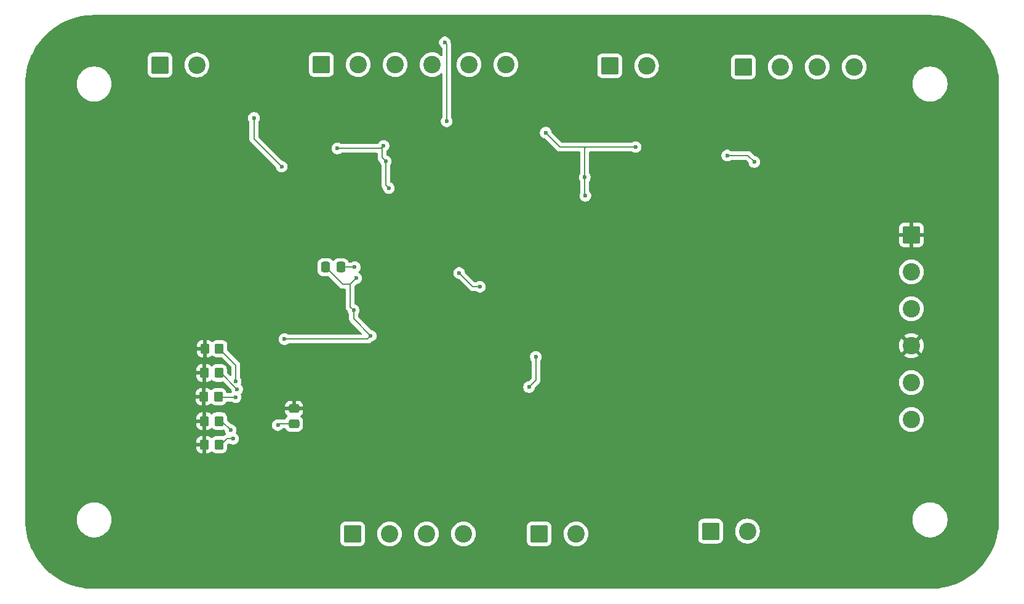
<source format=gbr>
%TF.GenerationSoftware,KiCad,Pcbnew,9.0.4*%
%TF.CreationDate,2025-10-02T18:18:41-04:00*%
%TF.ProjectId,PCB of Theseus,50434220-6f66-4205-9468-65736575732e,rev?*%
%TF.SameCoordinates,Original*%
%TF.FileFunction,Copper,L2,Bot*%
%TF.FilePolarity,Positive*%
%FSLAX46Y46*%
G04 Gerber Fmt 4.6, Leading zero omitted, Abs format (unit mm)*
G04 Created by KiCad (PCBNEW 9.0.4) date 2025-10-02 18:18:41*
%MOMM*%
%LPD*%
G01*
G04 APERTURE LIST*
G04 Aperture macros list*
%AMRoundRect*
0 Rectangle with rounded corners*
0 $1 Rounding radius*
0 $2 $3 $4 $5 $6 $7 $8 $9 X,Y pos of 4 corners*
0 Add a 4 corners polygon primitive as box body*
4,1,4,$2,$3,$4,$5,$6,$7,$8,$9,$2,$3,0*
0 Add four circle primitives for the rounded corners*
1,1,$1+$1,$2,$3*
1,1,$1+$1,$4,$5*
1,1,$1+$1,$6,$7*
1,1,$1+$1,$8,$9*
0 Add four rect primitives between the rounded corners*
20,1,$1+$1,$2,$3,$4,$5,0*
20,1,$1+$1,$4,$5,$6,$7,0*
20,1,$1+$1,$6,$7,$8,$9,0*
20,1,$1+$1,$8,$9,$2,$3,0*%
G04 Aperture macros list end*
%TA.AperFunction,SMDPad,CuDef*%
%ADD10RoundRect,0.250000X-0.475000X0.337500X-0.475000X-0.337500X0.475000X-0.337500X0.475000X0.337500X0*%
%TD*%
%TA.AperFunction,SMDPad,CuDef*%
%ADD11RoundRect,0.250000X0.337500X0.475000X-0.337500X0.475000X-0.337500X-0.475000X0.337500X-0.475000X0*%
%TD*%
%TA.AperFunction,SMDPad,CuDef*%
%ADD12RoundRect,0.250000X-0.350000X-0.450000X0.350000X-0.450000X0.350000X0.450000X-0.350000X0.450000X0*%
%TD*%
%TA.AperFunction,ComponentPad*%
%ADD13RoundRect,0.250001X-0.949999X0.949999X-0.949999X-0.949999X0.949999X-0.949999X0.949999X0.949999X0*%
%TD*%
%TA.AperFunction,ComponentPad*%
%ADD14C,2.400000*%
%TD*%
%TA.AperFunction,ComponentPad*%
%ADD15RoundRect,0.250001X-0.949999X-0.949999X0.949999X-0.949999X0.949999X0.949999X-0.949999X0.949999X0*%
%TD*%
%TA.AperFunction,ViaPad*%
%ADD16C,0.600000*%
%TD*%
%TA.AperFunction,Conductor*%
%ADD17C,0.200000*%
%TD*%
G04 APERTURE END LIST*
D10*
%TO.P,C26,2*%
%TO.N,GND*%
X120850000Y-80437500D03*
%TO.P,C26,1*%
%TO.N,+3.3V*%
X120850000Y-78362500D03*
%TD*%
D11*
%TO.P,C8,1*%
%TO.N,Net-(C8-Pad1)*%
X127262500Y-58875000D03*
%TO.P,C8,2*%
%TO.N,GND*%
X125187500Y-58875000D03*
%TD*%
D12*
%TO.P,R17,1*%
%TO.N,+3.3V*%
X108525000Y-83325000D03*
%TO.P,R17,2*%
%TO.N,/MCU/SD_D1*%
X110525000Y-83325000D03*
%TD*%
D13*
%TO.P,J8,1,Pin_1*%
%TO.N,+3.3V*%
X205775000Y-54450000D03*
D14*
%TO.P,J8,2,Pin_2*%
%TO.N,/MCU/HALL_1*%
X205775000Y-59530000D03*
%TO.P,J8,3,Pin_3*%
%TO.N,GND*%
X205775000Y-64610000D03*
%TO.P,J8,4,Pin_4*%
%TO.N,+3.3V*%
X205775000Y-69690000D03*
%TO.P,J8,5,Pin_5*%
%TO.N,/MCU/HALL_2*%
X205775000Y-74770000D03*
%TO.P,J8,6,Pin_6*%
%TO.N,GND*%
X205775000Y-79850000D03*
%TD*%
D15*
%TO.P,J2,1,Pin_1*%
%TO.N,+5V*%
X128925000Y-95600000D03*
D14*
%TO.P,J2,2,Pin_2*%
%TO.N,GND*%
X134005000Y-95600000D03*
%TO.P,J2,3,Pin_3*%
%TO.N,/CANH*%
X139085000Y-95600000D03*
%TO.P,J2,4,Pin_4*%
%TO.N,/CANL*%
X144165000Y-95600000D03*
%TD*%
D12*
%TO.P,R15,1*%
%TO.N,+3.3V*%
X108450000Y-76725000D03*
%TO.P,R15,2*%
%TO.N,/MCU/SD_CMD*%
X110450000Y-76725000D03*
%TD*%
D15*
%TO.P,J11,1,Pin_1*%
%TO.N,Net-(J11-Pin_1)*%
X154575000Y-95600000D03*
D14*
%TO.P,J11,2,Pin_2*%
%TO.N,Net-(J11-Pin_2)*%
X159655000Y-95600000D03*
%TD*%
D15*
%TO.P,J7,1,Pin_1*%
%TO.N,Net-(J7-Pin_1)*%
X102395000Y-31050000D03*
D14*
%TO.P,J7,2,Pin_2*%
%TO.N,GND*%
X107475000Y-31050000D03*
%TD*%
D15*
%TO.P,J4,1,Pin_1*%
%TO.N,+BATT*%
X124610000Y-31000000D03*
D14*
%TO.P,J4,2,Pin_2*%
%TO.N,/MCU/PT_1*%
X129690000Y-31000000D03*
%TO.P,J4,3,Pin_3*%
%TO.N,+BATT*%
X134770000Y-31000000D03*
%TO.P,J4,4,Pin_4*%
%TO.N,/MCU/PT_2*%
X139850000Y-31000000D03*
%TO.P,J4,5,Pin_5*%
%TO.N,+BATT*%
X144930000Y-31000000D03*
%TO.P,J4,6,Pin_6*%
%TO.N,/MCU/PT_3*%
X150010000Y-31000000D03*
%TD*%
D12*
%TO.P,R13,1*%
%TO.N,+3.3V*%
X108575000Y-70125000D03*
%TO.P,R13,2*%
%TO.N,/MCU/SD_D2*%
X110575000Y-70125000D03*
%TD*%
%TO.P,R16,1*%
%TO.N,+3.3V*%
X108525000Y-80075000D03*
%TO.P,R16,2*%
%TO.N,/MCU/SD_D0*%
X110525000Y-80075000D03*
%TD*%
%TO.P,R14,1*%
%TO.N,+3.3V*%
X108500000Y-73450000D03*
%TO.P,R14,2*%
%TO.N,/MCU/SD_D3*%
X110500000Y-73450000D03*
%TD*%
D15*
%TO.P,J1,1,Pin_1*%
%TO.N,+BATT*%
X182665000Y-31325000D03*
D14*
%TO.P,J1,2,Pin_2*%
%TO.N,Net-(D1-A)*%
X187745000Y-31325000D03*
%TO.P,J1,3,Pin_3*%
%TO.N,+BATT*%
X192825000Y-31325000D03*
%TO.P,J1,4,Pin_4*%
%TO.N,Net-(D5-A)*%
X197905000Y-31325000D03*
%TD*%
D15*
%TO.P,J12,1,Pin_1*%
%TO.N,Net-(J12-Pin_1)*%
X164270000Y-31175000D03*
D14*
%TO.P,J12,2,Pin_2*%
%TO.N,Net-(J12-Pin_2)*%
X169350000Y-31175000D03*
%TD*%
D15*
%TO.P,J3,1,Pin_1*%
%TO.N,Net-(J3-Pin_1)*%
X178150000Y-95225000D03*
D14*
%TO.P,J3,2,Pin_2*%
%TO.N,Net-(J3-Pin_2)*%
X183230000Y-95225000D03*
%TD*%
D16*
%TO.N,+3.3V*%
X199675000Y-88700000D03*
X123075000Y-60050000D03*
%TO.N,GND*%
X180450000Y-43525000D03*
X184175000Y-44400000D03*
X153175000Y-75400000D03*
X154125000Y-71225000D03*
X133900000Y-48000000D03*
X160925000Y-49050000D03*
X160850000Y-46500000D03*
X167850000Y-42350000D03*
X141600000Y-27950000D03*
X155475000Y-40375000D03*
X141850000Y-38800000D03*
X146425000Y-61575000D03*
X143575000Y-59700000D03*
%TO.N,+3.3V*%
X129575000Y-61600000D03*
X140349000Y-63375000D03*
X145300000Y-63550000D03*
%TO.N,GND*%
X115325000Y-38350000D03*
X119150000Y-45050000D03*
X126825000Y-42550000D03*
X133175000Y-42175000D03*
X133475000Y-44325000D03*
X129400000Y-60400000D03*
X131400000Y-68350000D03*
X129037500Y-64812500D03*
X119537500Y-68787500D03*
%TO.N,+3.3V*%
X163750000Y-86675000D03*
X187525000Y-90875000D03*
X181775000Y-86775000D03*
X113775000Y-48400000D03*
X93050000Y-47975000D03*
X103400000Y-68300000D03*
X94000000Y-66300000D03*
%TO.N,GND*%
X118625000Y-80625000D03*
%TO.N,+3.3V*%
X117587500Y-77862500D03*
%TO.N,Net-(C8-Pad1)*%
X129200000Y-58900000D03*
%TO.N,+3.3V*%
X141525000Y-86100000D03*
%TO.N,/MCU/SD_D3*%
X113025000Y-75675000D03*
%TO.N,/MCU/SD_D2*%
X112825000Y-74600000D03*
%TO.N,+3.3V*%
X147100000Y-44774000D03*
X132200000Y-44775000D03*
X162725000Y-40095000D03*
X201175000Y-54626000D03*
X202255000Y-66170000D03*
X192787500Y-86650000D03*
X181725000Y-71200000D03*
X152525000Y-67125000D03*
X162387500Y-67037500D03*
X154500000Y-49575000D03*
X149037500Y-56687500D03*
X150950000Y-51800000D03*
%TO.N,/MCU/SD_CMD*%
X112826000Y-76776000D03*
%TO.N,/MCU/SD_D1*%
X112475000Y-82500000D03*
%TO.N,/MCU/SD_D0*%
X112111765Y-81288235D03*
%TD*%
D17*
%TO.N,/MCU/SD_D0*%
X110898530Y-80075000D02*
X110525000Y-80075000D01*
X112111765Y-81288235D02*
X110898530Y-80075000D01*
%TO.N,/MCU/SD_D1*%
X110800000Y-83325000D02*
X110525000Y-83325000D01*
X111625000Y-82500000D02*
X110800000Y-83325000D01*
X112475000Y-82500000D02*
X111625000Y-82500000D01*
%TO.N,GND*%
X183300000Y-43525000D02*
X184175000Y-44400000D01*
X180450000Y-43525000D02*
X183300000Y-43525000D01*
X154125000Y-71225000D02*
X154125000Y-74450000D01*
X154125000Y-74450000D02*
X153175000Y-75400000D01*
X160850000Y-42475000D02*
X160975000Y-42350000D01*
X157450000Y-42350000D02*
X160975000Y-42350000D01*
X160850000Y-46500000D02*
X160850000Y-42475000D01*
X133475000Y-47575000D02*
X133900000Y-48000000D01*
X133475000Y-44325000D02*
X133475000Y-47575000D01*
X133475000Y-44325000D02*
X132950000Y-43800000D01*
X132950000Y-43800000D02*
X132950000Y-42400000D01*
X132950000Y-42400000D02*
X133175000Y-42175000D01*
X160850000Y-48975000D02*
X160925000Y-49050000D01*
X160850000Y-46500000D02*
X160850000Y-48975000D01*
X141850000Y-28200000D02*
X141600000Y-27950000D01*
X141850000Y-38800000D02*
X141850000Y-28200000D01*
X160975000Y-42350000D02*
X167850000Y-42350000D01*
X155475000Y-40375000D02*
X157450000Y-42350000D01*
X145450000Y-61575000D02*
X146425000Y-61575000D01*
X143575000Y-59700000D02*
X145450000Y-61575000D01*
X125187500Y-58875000D02*
X127562500Y-61250000D01*
X127562500Y-61250000D02*
X128550000Y-61250000D01*
X128550000Y-64325000D02*
X129037500Y-64812500D01*
X128550000Y-61250000D02*
X128550000Y-64325000D01*
X129400000Y-60400000D02*
X128550000Y-61250000D01*
X115325000Y-41225000D02*
X119150000Y-45050000D01*
X115325000Y-38350000D02*
X115325000Y-41225000D01*
X126825000Y-42550000D02*
X132800000Y-42550000D01*
X132800000Y-42550000D02*
X133175000Y-42175000D01*
X130962500Y-68787500D02*
X131400000Y-68350000D01*
X119537500Y-68787500D02*
X130962500Y-68787500D01*
X129037500Y-65987500D02*
X131400000Y-68350000D01*
X129037500Y-64812500D02*
X129037500Y-65987500D01*
X118812500Y-80437500D02*
X118625000Y-80625000D01*
X120850000Y-80437500D02*
X118812500Y-80437500D01*
%TO.N,+3.3V*%
X118087500Y-78362500D02*
X120850000Y-78362500D01*
X117587500Y-77862500D02*
X118087500Y-78362500D01*
%TO.N,Net-(C8-Pad1)*%
X129200000Y-58900000D02*
X129275000Y-58975000D01*
X129175000Y-58875000D02*
X129200000Y-58900000D01*
X127262500Y-58875000D02*
X129175000Y-58875000D01*
%TO.N,/MCU/SD_CMD*%
X110501000Y-76776000D02*
X112826000Y-76776000D01*
X110450000Y-76725000D02*
X110501000Y-76776000D01*
%TO.N,/MCU/SD_D2*%
X112825000Y-72375000D02*
X112825000Y-74600000D01*
X110575000Y-70125000D02*
X112825000Y-72375000D01*
%TO.N,/MCU/SD_D3*%
X110500000Y-73450000D02*
X110800000Y-73450000D01*
X110800000Y-73450000D02*
X113025000Y-75675000D01*
%TD*%
%TA.AperFunction,Conductor*%
%TO.N,+3.3V*%
G36*
X208351941Y-24175561D02*
G01*
X208942598Y-24194123D01*
X208950340Y-24194610D01*
X209536734Y-24250040D01*
X209544459Y-24251016D01*
X210126188Y-24343153D01*
X210133802Y-24344605D01*
X210708649Y-24473098D01*
X210716172Y-24475031D01*
X211281789Y-24639358D01*
X211289139Y-24641746D01*
X211843338Y-24841270D01*
X211850561Y-24844129D01*
X212391113Y-25078047D01*
X212398162Y-25081364D01*
X212922951Y-25348758D01*
X212929777Y-25352511D01*
X213436734Y-25652324D01*
X213443311Y-25656498D01*
X213930446Y-25987555D01*
X213936748Y-25992134D01*
X214402118Y-26353112D01*
X214408121Y-26358077D01*
X214849940Y-26747593D01*
X214855618Y-26752926D01*
X215272073Y-27169381D01*
X215277406Y-27175059D01*
X215666922Y-27616878D01*
X215671887Y-27622881D01*
X216032865Y-28088251D01*
X216037444Y-28094553D01*
X216368501Y-28581688D01*
X216372675Y-28588265D01*
X216672488Y-29095222D01*
X216676241Y-29102048D01*
X216943635Y-29626837D01*
X216946952Y-29633886D01*
X217180868Y-30174434D01*
X217183735Y-30181676D01*
X217383246Y-30735840D01*
X217385646Y-30743230D01*
X217414497Y-30842534D01*
X217549965Y-31308816D01*
X217551903Y-31316361D01*
X217680390Y-31891178D01*
X217681849Y-31898830D01*
X217773982Y-32480538D01*
X217774959Y-32488267D01*
X217830388Y-33074643D01*
X217830877Y-33082417D01*
X217849439Y-33673058D01*
X217849500Y-33676953D01*
X217849500Y-93673046D01*
X217849439Y-93676941D01*
X217830877Y-94267582D01*
X217830388Y-94275356D01*
X217774959Y-94861732D01*
X217773982Y-94869461D01*
X217681849Y-95451169D01*
X217680390Y-95458821D01*
X217551903Y-96033638D01*
X217549965Y-96041183D01*
X217385648Y-96606765D01*
X217383242Y-96614168D01*
X217343835Y-96723629D01*
X217183735Y-97168323D01*
X217180868Y-97175565D01*
X216946952Y-97716113D01*
X216943635Y-97723162D01*
X216676241Y-98247951D01*
X216672488Y-98254777D01*
X216372675Y-98761734D01*
X216368501Y-98768311D01*
X216037444Y-99255446D01*
X216032865Y-99261748D01*
X215671887Y-99727118D01*
X215666922Y-99733121D01*
X215277406Y-100174940D01*
X215272073Y-100180618D01*
X214855618Y-100597073D01*
X214849940Y-100602406D01*
X214408121Y-100991922D01*
X214402118Y-100996887D01*
X213936748Y-101357865D01*
X213930446Y-101362444D01*
X213443311Y-101693501D01*
X213436734Y-101697675D01*
X212929777Y-101997488D01*
X212922951Y-102001241D01*
X212398162Y-102268635D01*
X212391113Y-102271952D01*
X211850565Y-102505868D01*
X211843323Y-102508735D01*
X211461504Y-102646198D01*
X211289168Y-102708242D01*
X211281765Y-102710648D01*
X210716183Y-102874965D01*
X210708638Y-102876903D01*
X210133821Y-103005390D01*
X210126169Y-103006849D01*
X209544461Y-103098982D01*
X209536732Y-103099959D01*
X208950356Y-103155388D01*
X208942582Y-103155877D01*
X208351941Y-103174439D01*
X208348046Y-103174500D01*
X93351954Y-103174500D01*
X93348059Y-103174439D01*
X92757417Y-103155877D01*
X92749643Y-103155388D01*
X92163267Y-103099959D01*
X92155538Y-103098982D01*
X91573830Y-103006849D01*
X91566178Y-103005390D01*
X90991361Y-102876903D01*
X90983816Y-102874965D01*
X90418234Y-102710648D01*
X90410840Y-102708246D01*
X89856676Y-102508735D01*
X89849434Y-102505868D01*
X89308886Y-102271952D01*
X89301837Y-102268635D01*
X88777048Y-102001241D01*
X88770222Y-101997488D01*
X88263265Y-101697675D01*
X88256688Y-101693501D01*
X87769553Y-101362444D01*
X87763251Y-101357865D01*
X87297881Y-100996887D01*
X87291878Y-100991922D01*
X86850059Y-100602406D01*
X86844381Y-100597073D01*
X86427926Y-100180618D01*
X86422593Y-100174940D01*
X86033077Y-99733121D01*
X86028112Y-99727118D01*
X85667134Y-99261748D01*
X85662555Y-99255446D01*
X85331498Y-98768311D01*
X85327324Y-98761734D01*
X85027511Y-98254777D01*
X85023758Y-98247951D01*
X84756364Y-97723162D01*
X84753047Y-97716113D01*
X84560604Y-97271404D01*
X84519129Y-97175561D01*
X84516270Y-97168338D01*
X84316746Y-96614139D01*
X84314358Y-96606789D01*
X84150031Y-96041172D01*
X84148096Y-96033638D01*
X84135821Y-95978722D01*
X84019605Y-95458802D01*
X84018153Y-95451188D01*
X83926016Y-94869459D01*
X83925040Y-94861732D01*
X83922796Y-94837994D01*
X83869610Y-94275340D01*
X83869123Y-94267598D01*
X83850561Y-93676941D01*
X83850500Y-93673046D01*
X83850500Y-93540186D01*
X90949500Y-93540186D01*
X90949500Y-93809813D01*
X90979686Y-94077719D01*
X90979687Y-94077728D01*
X90979688Y-94077732D01*
X90994687Y-94143446D01*
X91039684Y-94340594D01*
X91039687Y-94340602D01*
X91128734Y-94595082D01*
X91245714Y-94837994D01*
X91245716Y-94837997D01*
X91389162Y-95066289D01*
X91557266Y-95277085D01*
X91747915Y-95467734D01*
X91958711Y-95635838D01*
X92187003Y-95779284D01*
X92429921Y-95896267D01*
X92621049Y-95963145D01*
X92684397Y-95985312D01*
X92684405Y-95985315D01*
X92684408Y-95985315D01*
X92684409Y-95985316D01*
X92947268Y-96045312D01*
X93215187Y-96075499D01*
X93215188Y-96075500D01*
X93215191Y-96075500D01*
X93484812Y-96075500D01*
X93484812Y-96075499D01*
X93752732Y-96045312D01*
X94015591Y-95985316D01*
X94270079Y-95896267D01*
X94512997Y-95779284D01*
X94741289Y-95635838D01*
X94952085Y-95467734D01*
X95142734Y-95277085D01*
X95310838Y-95066289D01*
X95454284Y-94837997D01*
X95568905Y-94599984D01*
X127224500Y-94599984D01*
X127224500Y-96600015D01*
X127235000Y-96702795D01*
X127235001Y-96702797D01*
X127241904Y-96723629D01*
X127290186Y-96869335D01*
X127290187Y-96869337D01*
X127382286Y-97018651D01*
X127382289Y-97018655D01*
X127506344Y-97142710D01*
X127506348Y-97142713D01*
X127655662Y-97234812D01*
X127655664Y-97234813D01*
X127655666Y-97234814D01*
X127822203Y-97289999D01*
X127924992Y-97300500D01*
X127924997Y-97300500D01*
X129925003Y-97300500D01*
X129925008Y-97300500D01*
X130027797Y-97289999D01*
X130194334Y-97234814D01*
X130343655Y-97142711D01*
X130467711Y-97018655D01*
X130559814Y-96869334D01*
X130614999Y-96702797D01*
X130625500Y-96600008D01*
X130625500Y-95488549D01*
X132304500Y-95488549D01*
X132304500Y-95711450D01*
X132304501Y-95711466D01*
X132333594Y-95932452D01*
X132333595Y-95932457D01*
X132333596Y-95932463D01*
X132391290Y-96147780D01*
X132391293Y-96147790D01*
X132476593Y-96353722D01*
X132476595Y-96353726D01*
X132588052Y-96546774D01*
X132588057Y-96546780D01*
X132588058Y-96546782D01*
X132723751Y-96723622D01*
X132723757Y-96723629D01*
X132881370Y-96881242D01*
X132881377Y-96881248D01*
X132939048Y-96925500D01*
X133058226Y-97016948D01*
X133251274Y-97128405D01*
X133457219Y-97213710D01*
X133672537Y-97271404D01*
X133893543Y-97300500D01*
X133893550Y-97300500D01*
X134116450Y-97300500D01*
X134116457Y-97300500D01*
X134337463Y-97271404D01*
X134552781Y-97213710D01*
X134758726Y-97128405D01*
X134951774Y-97016948D01*
X135128624Y-96881247D01*
X135286247Y-96723624D01*
X135421948Y-96546774D01*
X135533405Y-96353726D01*
X135618710Y-96147781D01*
X135676404Y-95932463D01*
X135705500Y-95711457D01*
X135705500Y-95488549D01*
X137384500Y-95488549D01*
X137384500Y-95711450D01*
X137384501Y-95711466D01*
X137413594Y-95932452D01*
X137413595Y-95932457D01*
X137413596Y-95932463D01*
X137471290Y-96147780D01*
X137471293Y-96147790D01*
X137556593Y-96353722D01*
X137556595Y-96353726D01*
X137668052Y-96546774D01*
X137668057Y-96546780D01*
X137668058Y-96546782D01*
X137803751Y-96723622D01*
X137803757Y-96723629D01*
X137961370Y-96881242D01*
X137961377Y-96881248D01*
X138019048Y-96925500D01*
X138138226Y-97016948D01*
X138331274Y-97128405D01*
X138537219Y-97213710D01*
X138752537Y-97271404D01*
X138973543Y-97300500D01*
X138973550Y-97300500D01*
X139196450Y-97300500D01*
X139196457Y-97300500D01*
X139417463Y-97271404D01*
X139632781Y-97213710D01*
X139838726Y-97128405D01*
X140031774Y-97016948D01*
X140208624Y-96881247D01*
X140366247Y-96723624D01*
X140501948Y-96546774D01*
X140613405Y-96353726D01*
X140698710Y-96147781D01*
X140756404Y-95932463D01*
X140785500Y-95711457D01*
X140785500Y-95488549D01*
X142464500Y-95488549D01*
X142464500Y-95711450D01*
X142464501Y-95711466D01*
X142493594Y-95932452D01*
X142493595Y-95932457D01*
X142493596Y-95932463D01*
X142551290Y-96147780D01*
X142551293Y-96147790D01*
X142636593Y-96353722D01*
X142636595Y-96353726D01*
X142748052Y-96546774D01*
X142748057Y-96546780D01*
X142748058Y-96546782D01*
X142883751Y-96723622D01*
X142883757Y-96723629D01*
X143041370Y-96881242D01*
X143041377Y-96881248D01*
X143099048Y-96925500D01*
X143218226Y-97016948D01*
X143411274Y-97128405D01*
X143617219Y-97213710D01*
X143832537Y-97271404D01*
X144053543Y-97300500D01*
X144053550Y-97300500D01*
X144276450Y-97300500D01*
X144276457Y-97300500D01*
X144497463Y-97271404D01*
X144712781Y-97213710D01*
X144918726Y-97128405D01*
X145111774Y-97016948D01*
X145288624Y-96881247D01*
X145446247Y-96723624D01*
X145581948Y-96546774D01*
X145693405Y-96353726D01*
X145778710Y-96147781D01*
X145836404Y-95932463D01*
X145865500Y-95711457D01*
X145865500Y-95488543D01*
X145836404Y-95267537D01*
X145778710Y-95052219D01*
X145693405Y-94846274D01*
X145581948Y-94653226D01*
X145541094Y-94599984D01*
X152874500Y-94599984D01*
X152874500Y-96600015D01*
X152885000Y-96702795D01*
X152885001Y-96702797D01*
X152891904Y-96723629D01*
X152940186Y-96869335D01*
X152940187Y-96869337D01*
X153032286Y-97018651D01*
X153032289Y-97018655D01*
X153156344Y-97142710D01*
X153156348Y-97142713D01*
X153305662Y-97234812D01*
X153305664Y-97234813D01*
X153305666Y-97234814D01*
X153472203Y-97289999D01*
X153574992Y-97300500D01*
X153574997Y-97300500D01*
X155575003Y-97300500D01*
X155575008Y-97300500D01*
X155677797Y-97289999D01*
X155844334Y-97234814D01*
X155993655Y-97142711D01*
X156117711Y-97018655D01*
X156209814Y-96869334D01*
X156264999Y-96702797D01*
X156275500Y-96600008D01*
X156275500Y-95488549D01*
X157954500Y-95488549D01*
X157954500Y-95711450D01*
X157954501Y-95711466D01*
X157983594Y-95932452D01*
X157983595Y-95932457D01*
X157983596Y-95932463D01*
X158041290Y-96147780D01*
X158041293Y-96147790D01*
X158126593Y-96353722D01*
X158126595Y-96353726D01*
X158238052Y-96546774D01*
X158238057Y-96546780D01*
X158238058Y-96546782D01*
X158373751Y-96723622D01*
X158373757Y-96723629D01*
X158531370Y-96881242D01*
X158531377Y-96881248D01*
X158589048Y-96925500D01*
X158708226Y-97016948D01*
X158901274Y-97128405D01*
X159107219Y-97213710D01*
X159322537Y-97271404D01*
X159543543Y-97300500D01*
X159543550Y-97300500D01*
X159766450Y-97300500D01*
X159766457Y-97300500D01*
X159987463Y-97271404D01*
X160202781Y-97213710D01*
X160408726Y-97128405D01*
X160601774Y-97016948D01*
X160778624Y-96881247D01*
X160936247Y-96723624D01*
X161071948Y-96546774D01*
X161183405Y-96353726D01*
X161268710Y-96147781D01*
X161326404Y-95932463D01*
X161355500Y-95711457D01*
X161355500Y-95488543D01*
X161326404Y-95267537D01*
X161268710Y-95052219D01*
X161183405Y-94846274D01*
X161071948Y-94653226D01*
X161027333Y-94595082D01*
X160936248Y-94476377D01*
X160936242Y-94476370D01*
X160778629Y-94318757D01*
X160778621Y-94318750D01*
X160656422Y-94224984D01*
X176449500Y-94224984D01*
X176449500Y-96225015D01*
X176460000Y-96327795D01*
X176460001Y-96327797D01*
X176466904Y-96348629D01*
X176515186Y-96494335D01*
X176515187Y-96494337D01*
X176607286Y-96643651D01*
X176607289Y-96643655D01*
X176731344Y-96767710D01*
X176731348Y-96767713D01*
X176880662Y-96859812D01*
X176880664Y-96859813D01*
X176880666Y-96859814D01*
X177047203Y-96914999D01*
X177149992Y-96925500D01*
X177149997Y-96925500D01*
X179150003Y-96925500D01*
X179150008Y-96925500D01*
X179252797Y-96914999D01*
X179419334Y-96859814D01*
X179568655Y-96767711D01*
X179692711Y-96643655D01*
X179784814Y-96494334D01*
X179839999Y-96327797D01*
X179850500Y-96225008D01*
X179850500Y-95113549D01*
X181529500Y-95113549D01*
X181529500Y-95336450D01*
X181529501Y-95336466D01*
X181558594Y-95557452D01*
X181558595Y-95557457D01*
X181558596Y-95557463D01*
X181599861Y-95711466D01*
X181616290Y-95772780D01*
X181616293Y-95772790D01*
X181682432Y-95932463D01*
X181701595Y-95978726D01*
X181813052Y-96171774D01*
X181813057Y-96171780D01*
X181813058Y-96171782D01*
X181948751Y-96348622D01*
X181948757Y-96348629D01*
X182106370Y-96506242D01*
X182106377Y-96506248D01*
X182228561Y-96600002D01*
X182283226Y-96641948D01*
X182476274Y-96753405D01*
X182682219Y-96838710D01*
X182897537Y-96896404D01*
X183118543Y-96925500D01*
X183118550Y-96925500D01*
X183341450Y-96925500D01*
X183341457Y-96925500D01*
X183562463Y-96896404D01*
X183777781Y-96838710D01*
X183983726Y-96753405D01*
X184176774Y-96641948D01*
X184353624Y-96506247D01*
X184511247Y-96348624D01*
X184646948Y-96171774D01*
X184758405Y-95978726D01*
X184843710Y-95772781D01*
X184901404Y-95557463D01*
X184930500Y-95336457D01*
X184930500Y-95113543D01*
X184901404Y-94892537D01*
X184843710Y-94677219D01*
X184758405Y-94471274D01*
X184646948Y-94278226D01*
X184606094Y-94224984D01*
X184511248Y-94101377D01*
X184511242Y-94101370D01*
X184353629Y-93943757D01*
X184353622Y-93943751D01*
X184176782Y-93808058D01*
X184176780Y-93808057D01*
X184176774Y-93808052D01*
X183983726Y-93696595D01*
X183983716Y-93696590D01*
X183874310Y-93651273D01*
X183874309Y-93651273D01*
X183777790Y-93611293D01*
X183777783Y-93611291D01*
X183777781Y-93611290D01*
X183562463Y-93553596D01*
X183562457Y-93553595D01*
X183562452Y-93553594D01*
X183460607Y-93540186D01*
X205949500Y-93540186D01*
X205949500Y-93809813D01*
X205979686Y-94077719D01*
X205979687Y-94077728D01*
X205979688Y-94077732D01*
X205994687Y-94143446D01*
X206039684Y-94340594D01*
X206039687Y-94340602D01*
X206128734Y-94595082D01*
X206245714Y-94837994D01*
X206245716Y-94837997D01*
X206389162Y-95066289D01*
X206557266Y-95277085D01*
X206747915Y-95467734D01*
X206958711Y-95635838D01*
X207187003Y-95779284D01*
X207429921Y-95896267D01*
X207621049Y-95963145D01*
X207684397Y-95985312D01*
X207684405Y-95985315D01*
X207684408Y-95985315D01*
X207684409Y-95985316D01*
X207947268Y-96045312D01*
X208215187Y-96075499D01*
X208215188Y-96075500D01*
X208215191Y-96075500D01*
X208484812Y-96075500D01*
X208484812Y-96075499D01*
X208752732Y-96045312D01*
X209015591Y-95985316D01*
X209270079Y-95896267D01*
X209512997Y-95779284D01*
X209741289Y-95635838D01*
X209952085Y-95467734D01*
X210142734Y-95277085D01*
X210310838Y-95066289D01*
X210454284Y-94837997D01*
X210571267Y-94595079D01*
X210660316Y-94340591D01*
X210720312Y-94077732D01*
X210750500Y-93809809D01*
X210750500Y-93540191D01*
X210720312Y-93272268D01*
X210660316Y-93009409D01*
X210571267Y-92754921D01*
X210454284Y-92512003D01*
X210310838Y-92283711D01*
X210142734Y-92072915D01*
X209952085Y-91882266D01*
X209741289Y-91714162D01*
X209512997Y-91570716D01*
X209512994Y-91570714D01*
X209270082Y-91453734D01*
X209015602Y-91364687D01*
X209015594Y-91364684D01*
X208818446Y-91319687D01*
X208752732Y-91304688D01*
X208752728Y-91304687D01*
X208752719Y-91304686D01*
X208484813Y-91274500D01*
X208484809Y-91274500D01*
X208215191Y-91274500D01*
X208215186Y-91274500D01*
X207947280Y-91304686D01*
X207947268Y-91304688D01*
X207684405Y-91364684D01*
X207684397Y-91364687D01*
X207429917Y-91453734D01*
X207187005Y-91570714D01*
X206958712Y-91714161D01*
X206747915Y-91882265D01*
X206557265Y-92072915D01*
X206389161Y-92283712D01*
X206245714Y-92512005D01*
X206128734Y-92754917D01*
X206039687Y-93009397D01*
X206039684Y-93009405D01*
X205979688Y-93272268D01*
X205979686Y-93272280D01*
X205949500Y-93540186D01*
X183460607Y-93540186D01*
X183341466Y-93524501D01*
X183341463Y-93524500D01*
X183341457Y-93524500D01*
X183118543Y-93524500D01*
X183118537Y-93524500D01*
X183118533Y-93524501D01*
X182897547Y-93553594D01*
X182897540Y-93553595D01*
X182897537Y-93553596D01*
X182760981Y-93590186D01*
X182682219Y-93611290D01*
X182682209Y-93611293D01*
X182476277Y-93696593D01*
X182476273Y-93696595D01*
X182283226Y-93808052D01*
X182283217Y-93808058D01*
X182106377Y-93943751D01*
X182106370Y-93943757D01*
X181948757Y-94101370D01*
X181948751Y-94101377D01*
X181813058Y-94278217D01*
X181813052Y-94278226D01*
X181701595Y-94471273D01*
X181701593Y-94471277D01*
X181616293Y-94677209D01*
X181616290Y-94677219D01*
X181558597Y-94892534D01*
X181558594Y-94892547D01*
X181529501Y-95113533D01*
X181529500Y-95113549D01*
X179850500Y-95113549D01*
X179850500Y-94224992D01*
X179839999Y-94122203D01*
X179784814Y-93955666D01*
X179777468Y-93943757D01*
X179692713Y-93806348D01*
X179692710Y-93806344D01*
X179568655Y-93682289D01*
X179568651Y-93682286D01*
X179419337Y-93590187D01*
X179419335Y-93590186D01*
X179268459Y-93540191D01*
X179252797Y-93535001D01*
X179252795Y-93535000D01*
X179150015Y-93524500D01*
X179150008Y-93524500D01*
X177149992Y-93524500D01*
X177149984Y-93524500D01*
X177047204Y-93535000D01*
X177047203Y-93535001D01*
X176880664Y-93590186D01*
X176880662Y-93590187D01*
X176731348Y-93682286D01*
X176731344Y-93682289D01*
X176607289Y-93806344D01*
X176607286Y-93806348D01*
X176515187Y-93955662D01*
X176515186Y-93955664D01*
X176460001Y-94122203D01*
X176460000Y-94122204D01*
X176449500Y-94224984D01*
X160656422Y-94224984D01*
X160601783Y-94183058D01*
X160601777Y-94183054D01*
X160601774Y-94183052D01*
X160408726Y-94071595D01*
X160408722Y-94071593D01*
X160202790Y-93986293D01*
X160202783Y-93986291D01*
X160202781Y-93986290D01*
X159987463Y-93928596D01*
X159987457Y-93928595D01*
X159987452Y-93928594D01*
X159766466Y-93899501D01*
X159766463Y-93899500D01*
X159766457Y-93899500D01*
X159543543Y-93899500D01*
X159543537Y-93899500D01*
X159543533Y-93899501D01*
X159322547Y-93928594D01*
X159322540Y-93928595D01*
X159322537Y-93928596D01*
X159221510Y-93955666D01*
X159107219Y-93986290D01*
X159107209Y-93986293D01*
X158901277Y-94071593D01*
X158901273Y-94071595D01*
X158708226Y-94183052D01*
X158708217Y-94183058D01*
X158531377Y-94318751D01*
X158531370Y-94318757D01*
X158373757Y-94476370D01*
X158373751Y-94476377D01*
X158238058Y-94653217D01*
X158238052Y-94653226D01*
X158126595Y-94846273D01*
X158126593Y-94846277D01*
X158041293Y-95052209D01*
X158041290Y-95052219D01*
X157983597Y-95267534D01*
X157983594Y-95267547D01*
X157954501Y-95488533D01*
X157954500Y-95488549D01*
X156275500Y-95488549D01*
X156275500Y-94599992D01*
X156264999Y-94497203D01*
X156209814Y-94330666D01*
X156202468Y-94318757D01*
X156117713Y-94181348D01*
X156117710Y-94181344D01*
X155993655Y-94057289D01*
X155993651Y-94057286D01*
X155844337Y-93965187D01*
X155844335Y-93965186D01*
X155733907Y-93928594D01*
X155677797Y-93910001D01*
X155677795Y-93910000D01*
X155575015Y-93899500D01*
X155575008Y-93899500D01*
X153574992Y-93899500D01*
X153574984Y-93899500D01*
X153472204Y-93910000D01*
X153472203Y-93910001D01*
X153305664Y-93965186D01*
X153305662Y-93965187D01*
X153156348Y-94057286D01*
X153156344Y-94057289D01*
X153032289Y-94181344D01*
X153032286Y-94181348D01*
X152940187Y-94330662D01*
X152940186Y-94330664D01*
X152885001Y-94497203D01*
X152885000Y-94497204D01*
X152874500Y-94599984D01*
X145541094Y-94599984D01*
X145537333Y-94595082D01*
X145446248Y-94476377D01*
X145446242Y-94476370D01*
X145288629Y-94318757D01*
X145288622Y-94318751D01*
X145111782Y-94183058D01*
X145111780Y-94183057D01*
X145111774Y-94183052D01*
X144918726Y-94071595D01*
X144918722Y-94071593D01*
X144712790Y-93986293D01*
X144712783Y-93986291D01*
X144712781Y-93986290D01*
X144497463Y-93928596D01*
X144497457Y-93928595D01*
X144497452Y-93928594D01*
X144276466Y-93899501D01*
X144276463Y-93899500D01*
X144276457Y-93899500D01*
X144053543Y-93899500D01*
X144053537Y-93899500D01*
X144053533Y-93899501D01*
X143832547Y-93928594D01*
X143832540Y-93928595D01*
X143832537Y-93928596D01*
X143731510Y-93955666D01*
X143617219Y-93986290D01*
X143617209Y-93986293D01*
X143411277Y-94071593D01*
X143411273Y-94071595D01*
X143218226Y-94183052D01*
X143218217Y-94183058D01*
X143041377Y-94318751D01*
X143041370Y-94318757D01*
X142883757Y-94476370D01*
X142883751Y-94476377D01*
X142748058Y-94653217D01*
X142748052Y-94653226D01*
X142636595Y-94846273D01*
X142636593Y-94846277D01*
X142551293Y-95052209D01*
X142551290Y-95052219D01*
X142493597Y-95267534D01*
X142493594Y-95267547D01*
X142464501Y-95488533D01*
X142464500Y-95488549D01*
X140785500Y-95488549D01*
X140785500Y-95488543D01*
X140756404Y-95267537D01*
X140698710Y-95052219D01*
X140613405Y-94846274D01*
X140501948Y-94653226D01*
X140457333Y-94595082D01*
X140366248Y-94476377D01*
X140366242Y-94476370D01*
X140208629Y-94318757D01*
X140208622Y-94318751D01*
X140031782Y-94183058D01*
X140031780Y-94183057D01*
X140031774Y-94183052D01*
X139838726Y-94071595D01*
X139838722Y-94071593D01*
X139632790Y-93986293D01*
X139632783Y-93986291D01*
X139632781Y-93986290D01*
X139417463Y-93928596D01*
X139417457Y-93928595D01*
X139417452Y-93928594D01*
X139196466Y-93899501D01*
X139196463Y-93899500D01*
X139196457Y-93899500D01*
X138973543Y-93899500D01*
X138973537Y-93899500D01*
X138973533Y-93899501D01*
X138752547Y-93928594D01*
X138752540Y-93928595D01*
X138752537Y-93928596D01*
X138651510Y-93955666D01*
X138537219Y-93986290D01*
X138537209Y-93986293D01*
X138331277Y-94071593D01*
X138331273Y-94071595D01*
X138138226Y-94183052D01*
X138138217Y-94183058D01*
X137961377Y-94318751D01*
X137961370Y-94318757D01*
X137803757Y-94476370D01*
X137803751Y-94476377D01*
X137668058Y-94653217D01*
X137668052Y-94653226D01*
X137556595Y-94846273D01*
X137556593Y-94846277D01*
X137471293Y-95052209D01*
X137471290Y-95052219D01*
X137413597Y-95267534D01*
X137413594Y-95267547D01*
X137384501Y-95488533D01*
X137384500Y-95488549D01*
X135705500Y-95488549D01*
X135705500Y-95488543D01*
X135676404Y-95267537D01*
X135618710Y-95052219D01*
X135533405Y-94846274D01*
X135421948Y-94653226D01*
X135377333Y-94595082D01*
X135286248Y-94476377D01*
X135286242Y-94476370D01*
X135128629Y-94318757D01*
X135128622Y-94318751D01*
X134951782Y-94183058D01*
X134951780Y-94183057D01*
X134951774Y-94183052D01*
X134758726Y-94071595D01*
X134758722Y-94071593D01*
X134552790Y-93986293D01*
X134552783Y-93986291D01*
X134552781Y-93986290D01*
X134337463Y-93928596D01*
X134337457Y-93928595D01*
X134337452Y-93928594D01*
X134116466Y-93899501D01*
X134116463Y-93899500D01*
X134116457Y-93899500D01*
X133893543Y-93899500D01*
X133893537Y-93899500D01*
X133893533Y-93899501D01*
X133672547Y-93928594D01*
X133672540Y-93928595D01*
X133672537Y-93928596D01*
X133571510Y-93955666D01*
X133457219Y-93986290D01*
X133457209Y-93986293D01*
X133251277Y-94071593D01*
X133251273Y-94071595D01*
X133058226Y-94183052D01*
X133058217Y-94183058D01*
X132881377Y-94318751D01*
X132881370Y-94318757D01*
X132723757Y-94476370D01*
X132723751Y-94476377D01*
X132588058Y-94653217D01*
X132588052Y-94653226D01*
X132476595Y-94846273D01*
X132476593Y-94846277D01*
X132391293Y-95052209D01*
X132391290Y-95052219D01*
X132333597Y-95267534D01*
X132333594Y-95267547D01*
X132304501Y-95488533D01*
X132304500Y-95488549D01*
X130625500Y-95488549D01*
X130625500Y-94599992D01*
X130614999Y-94497203D01*
X130559814Y-94330666D01*
X130552468Y-94318757D01*
X130467713Y-94181348D01*
X130467710Y-94181344D01*
X130343655Y-94057289D01*
X130343651Y-94057286D01*
X130194337Y-93965187D01*
X130194335Y-93965186D01*
X130083907Y-93928594D01*
X130027797Y-93910001D01*
X130027795Y-93910000D01*
X129925015Y-93899500D01*
X129925008Y-93899500D01*
X127924992Y-93899500D01*
X127924984Y-93899500D01*
X127822204Y-93910000D01*
X127822203Y-93910001D01*
X127655664Y-93965186D01*
X127655662Y-93965187D01*
X127506348Y-94057286D01*
X127506344Y-94057289D01*
X127382289Y-94181344D01*
X127382286Y-94181348D01*
X127290187Y-94330662D01*
X127290186Y-94330664D01*
X127235001Y-94497203D01*
X127235000Y-94497204D01*
X127224500Y-94599984D01*
X95568905Y-94599984D01*
X95571267Y-94595079D01*
X95660316Y-94340591D01*
X95720312Y-94077732D01*
X95750500Y-93809809D01*
X95750500Y-93540191D01*
X95720312Y-93272268D01*
X95660316Y-93009409D01*
X95571267Y-92754921D01*
X95454284Y-92512003D01*
X95310838Y-92283711D01*
X95142734Y-92072915D01*
X94952085Y-91882266D01*
X94741289Y-91714162D01*
X94512997Y-91570716D01*
X94512994Y-91570714D01*
X94270082Y-91453734D01*
X94015602Y-91364687D01*
X94015594Y-91364684D01*
X93818446Y-91319687D01*
X93752732Y-91304688D01*
X93752728Y-91304687D01*
X93752719Y-91304686D01*
X93484813Y-91274500D01*
X93484809Y-91274500D01*
X93215191Y-91274500D01*
X93215186Y-91274500D01*
X92947280Y-91304686D01*
X92947268Y-91304688D01*
X92684405Y-91364684D01*
X92684397Y-91364687D01*
X92429917Y-91453734D01*
X92187005Y-91570714D01*
X91958712Y-91714161D01*
X91747915Y-91882265D01*
X91557265Y-92072915D01*
X91389161Y-92283712D01*
X91245714Y-92512005D01*
X91128734Y-92754917D01*
X91039687Y-93009397D01*
X91039684Y-93009405D01*
X90979688Y-93272268D01*
X90979686Y-93272280D01*
X90949500Y-93540186D01*
X83850500Y-93540186D01*
X83850500Y-83824986D01*
X107425001Y-83824986D01*
X107435494Y-83927697D01*
X107490641Y-84094119D01*
X107490643Y-84094124D01*
X107582684Y-84243345D01*
X107706654Y-84367315D01*
X107855875Y-84459356D01*
X107855880Y-84459358D01*
X108022302Y-84514505D01*
X108022309Y-84514506D01*
X108125019Y-84524999D01*
X108274999Y-84524999D01*
X108275000Y-84524998D01*
X108275000Y-83575000D01*
X107425001Y-83575000D01*
X107425001Y-83824986D01*
X83850500Y-83824986D01*
X83850500Y-82825013D01*
X107425000Y-82825013D01*
X107425000Y-83075000D01*
X108275000Y-83075000D01*
X108275000Y-82125000D01*
X108125027Y-82125000D01*
X108125012Y-82125001D01*
X108022302Y-82135494D01*
X107855880Y-82190641D01*
X107855875Y-82190643D01*
X107706654Y-82282684D01*
X107582684Y-82406654D01*
X107490643Y-82555875D01*
X107490641Y-82555880D01*
X107435494Y-82722302D01*
X107435493Y-82722309D01*
X107425000Y-82825013D01*
X83850500Y-82825013D01*
X83850500Y-80574986D01*
X107425001Y-80574986D01*
X107435494Y-80677697D01*
X107490641Y-80844119D01*
X107490643Y-80844124D01*
X107582684Y-80993345D01*
X107706654Y-81117315D01*
X107855875Y-81209356D01*
X107855880Y-81209358D01*
X108022302Y-81264505D01*
X108022309Y-81264506D01*
X108125019Y-81274999D01*
X108274999Y-81274999D01*
X108275000Y-81274998D01*
X108275000Y-80325000D01*
X107425001Y-80325000D01*
X107425001Y-80574986D01*
X83850500Y-80574986D01*
X83850500Y-79575013D01*
X107425000Y-79575013D01*
X107425000Y-79825000D01*
X108275000Y-79825000D01*
X108275000Y-78875000D01*
X108775000Y-78875000D01*
X108775000Y-81274999D01*
X108924972Y-81274999D01*
X108924986Y-81274998D01*
X109027697Y-81264505D01*
X109194119Y-81209358D01*
X109194124Y-81209356D01*
X109343342Y-81117317D01*
X109436964Y-81023695D01*
X109498287Y-80990210D01*
X109567979Y-80995194D01*
X109612327Y-81023695D01*
X109706344Y-81117712D01*
X109855666Y-81209814D01*
X110022203Y-81264999D01*
X110124991Y-81275500D01*
X110925008Y-81275499D01*
X110925016Y-81275498D01*
X110925019Y-81275498D01*
X110948896Y-81273058D01*
X111027797Y-81264999D01*
X111114052Y-81236415D01*
X111129617Y-81235880D01*
X111144209Y-81230438D01*
X111163819Y-81234703D01*
X111183878Y-81234014D01*
X111198202Y-81242183D01*
X111212482Y-81245290D01*
X111240736Y-81266441D01*
X111277190Y-81302895D01*
X111310675Y-81364218D01*
X111311126Y-81366384D01*
X111342026Y-81521726D01*
X111342029Y-81521736D01*
X111402367Y-81667407D01*
X111402374Y-81667420D01*
X111459561Y-81753006D01*
X111480439Y-81819684D01*
X111461954Y-81887064D01*
X111414678Y-81931380D01*
X111402198Y-81938015D01*
X111393215Y-81940423D01*
X111343095Y-81969360D01*
X111341246Y-81970427D01*
X111341230Y-81970436D01*
X111256286Y-82019478D01*
X111166729Y-82109035D01*
X111105405Y-82142519D01*
X111040044Y-82139059D01*
X111027798Y-82135001D01*
X110925010Y-82124500D01*
X110124998Y-82124500D01*
X110124980Y-82124501D01*
X110022203Y-82135000D01*
X110022200Y-82135001D01*
X109855668Y-82190185D01*
X109855663Y-82190187D01*
X109706345Y-82282287D01*
X109612327Y-82376305D01*
X109551003Y-82409789D01*
X109481312Y-82404805D01*
X109436965Y-82376304D01*
X109343345Y-82282684D01*
X109194124Y-82190643D01*
X109194119Y-82190641D01*
X109027697Y-82135494D01*
X109027690Y-82135493D01*
X108924986Y-82125000D01*
X108775000Y-82125000D01*
X108775000Y-84524999D01*
X108924972Y-84524999D01*
X108924986Y-84524998D01*
X109027697Y-84514505D01*
X109194119Y-84459358D01*
X109194124Y-84459356D01*
X109343342Y-84367317D01*
X109436964Y-84273695D01*
X109498287Y-84240210D01*
X109567979Y-84245194D01*
X109612327Y-84273695D01*
X109706344Y-84367712D01*
X109855666Y-84459814D01*
X110022203Y-84514999D01*
X110124991Y-84525500D01*
X110925008Y-84525499D01*
X110925016Y-84525498D01*
X110925019Y-84525498D01*
X110981302Y-84519748D01*
X111027797Y-84514999D01*
X111194334Y-84459814D01*
X111343656Y-84367712D01*
X111467712Y-84243656D01*
X111559814Y-84094334D01*
X111614999Y-83927797D01*
X111625500Y-83825009D01*
X111625499Y-83400096D01*
X111634145Y-83370650D01*
X111640667Y-83340670D01*
X111644419Y-83335656D01*
X111645183Y-83333058D01*
X111661818Y-83312416D01*
X111704499Y-83269735D01*
X111825455Y-83148779D01*
X111886777Y-83115295D01*
X111956469Y-83120279D01*
X111982026Y-83133359D01*
X112095814Y-83209390D01*
X112095827Y-83209397D01*
X112241498Y-83269735D01*
X112241503Y-83269737D01*
X112396153Y-83300499D01*
X112396156Y-83300500D01*
X112396158Y-83300500D01*
X112553844Y-83300500D01*
X112553845Y-83300499D01*
X112708497Y-83269737D01*
X112854179Y-83209394D01*
X112985289Y-83121789D01*
X113096789Y-83010289D01*
X113184394Y-82879179D01*
X113244737Y-82733497D01*
X113275500Y-82578842D01*
X113275500Y-82421158D01*
X113275500Y-82421155D01*
X113275499Y-82421153D01*
X113266578Y-82376304D01*
X113244737Y-82266503D01*
X113213126Y-82190186D01*
X113184397Y-82120827D01*
X113184390Y-82120814D01*
X113096789Y-81989711D01*
X113096786Y-81989707D01*
X112985292Y-81878213D01*
X112985288Y-81878210D01*
X112872964Y-81803157D01*
X112828159Y-81749545D01*
X112819452Y-81680220D01*
X112827294Y-81652602D01*
X112881502Y-81521732D01*
X112912265Y-81367077D01*
X112912265Y-81209393D01*
X112912265Y-81209390D01*
X112912264Y-81209388D01*
X112896721Y-81131248D01*
X112881502Y-81054738D01*
X112878837Y-81048304D01*
X112821162Y-80909062D01*
X112821155Y-80909049D01*
X112733554Y-80777946D01*
X112733551Y-80777942D01*
X112622057Y-80666448D01*
X112622053Y-80666445D01*
X112587217Y-80643168D01*
X112490950Y-80578844D01*
X112490937Y-80578837D01*
X112412030Y-80546153D01*
X117824500Y-80546153D01*
X117824500Y-80703846D01*
X117855261Y-80858489D01*
X117855264Y-80858501D01*
X117915602Y-81004172D01*
X117915609Y-81004185D01*
X118003210Y-81135288D01*
X118003213Y-81135292D01*
X118114707Y-81246786D01*
X118114711Y-81246789D01*
X118245814Y-81334390D01*
X118245827Y-81334397D01*
X118352076Y-81378406D01*
X118391503Y-81394737D01*
X118546153Y-81425499D01*
X118546156Y-81425500D01*
X118546158Y-81425500D01*
X118703844Y-81425500D01*
X118703845Y-81425499D01*
X118858497Y-81394737D01*
X119004179Y-81334394D01*
X119135289Y-81246789D01*
X119246789Y-81135289D01*
X119274973Y-81093108D01*
X119281064Y-81088018D01*
X119284362Y-81080797D01*
X119307489Y-81065933D01*
X119328585Y-81048304D01*
X119337959Y-81046352D01*
X119343140Y-81043023D01*
X119378075Y-81038000D01*
X119586232Y-81038000D01*
X119653271Y-81057685D01*
X119691769Y-81096901D01*
X119782288Y-81243656D01*
X119906344Y-81367712D01*
X120055666Y-81459814D01*
X120222203Y-81514999D01*
X120324991Y-81525500D01*
X121375008Y-81525499D01*
X121375016Y-81525498D01*
X121375019Y-81525498D01*
X121431302Y-81519748D01*
X121477797Y-81514999D01*
X121644334Y-81459814D01*
X121793656Y-81367712D01*
X121917712Y-81243656D01*
X122009814Y-81094334D01*
X122064999Y-80927797D01*
X122075500Y-80825009D01*
X122075499Y-80049992D01*
X122070720Y-80003213D01*
X122064999Y-79947203D01*
X122064998Y-79947200D01*
X122028481Y-79836999D01*
X122009814Y-79780666D01*
X121983836Y-79738549D01*
X204074500Y-79738549D01*
X204074500Y-79961450D01*
X204074501Y-79961466D01*
X204103594Y-80182452D01*
X204103595Y-80182457D01*
X204103596Y-80182463D01*
X204159608Y-80391503D01*
X204161290Y-80397780D01*
X204161293Y-80397790D01*
X204246593Y-80603722D01*
X204246595Y-80603726D01*
X204358052Y-80796774D01*
X204358057Y-80796780D01*
X204358058Y-80796782D01*
X204493751Y-80973622D01*
X204493757Y-80973629D01*
X204651370Y-81131242D01*
X204651377Y-81131248D01*
X204777294Y-81227867D01*
X204828226Y-81266948D01*
X205021274Y-81378405D01*
X205227219Y-81463710D01*
X205442537Y-81521404D01*
X205663543Y-81550500D01*
X205663550Y-81550500D01*
X205886450Y-81550500D01*
X205886457Y-81550500D01*
X206107463Y-81521404D01*
X206322781Y-81463710D01*
X206528726Y-81378405D01*
X206721774Y-81266948D01*
X206898624Y-81131247D01*
X207056247Y-80973624D01*
X207191948Y-80796774D01*
X207303405Y-80603726D01*
X207388710Y-80397781D01*
X207446404Y-80182463D01*
X207475500Y-79961457D01*
X207475500Y-79738543D01*
X207446404Y-79517537D01*
X207388710Y-79302219D01*
X207386122Y-79295972D01*
X207303406Y-79096277D01*
X207303405Y-79096274D01*
X207191948Y-78903226D01*
X207152867Y-78852294D01*
X207056248Y-78726377D01*
X207056242Y-78726370D01*
X206898629Y-78568757D01*
X206898622Y-78568751D01*
X206721782Y-78433058D01*
X206721780Y-78433057D01*
X206721774Y-78433052D01*
X206528726Y-78321595D01*
X206528722Y-78321593D01*
X206322790Y-78236293D01*
X206322783Y-78236291D01*
X206322781Y-78236290D01*
X206107463Y-78178596D01*
X206107457Y-78178595D01*
X206107452Y-78178594D01*
X205886466Y-78149501D01*
X205886463Y-78149500D01*
X205886457Y-78149500D01*
X205663543Y-78149500D01*
X205663537Y-78149500D01*
X205663533Y-78149501D01*
X205442547Y-78178594D01*
X205442540Y-78178595D01*
X205442537Y-78178596D01*
X205227219Y-78236290D01*
X205227209Y-78236293D01*
X205021277Y-78321593D01*
X205021273Y-78321595D01*
X204828226Y-78433052D01*
X204828217Y-78433058D01*
X204651377Y-78568751D01*
X204651370Y-78568757D01*
X204493757Y-78726370D01*
X204493751Y-78726377D01*
X204358058Y-78903217D01*
X204358052Y-78903226D01*
X204246595Y-79096273D01*
X204246593Y-79096277D01*
X204161293Y-79302209D01*
X204161290Y-79302219D01*
X204131050Y-79415079D01*
X204103597Y-79517534D01*
X204103594Y-79517547D01*
X204074501Y-79738533D01*
X204074500Y-79738549D01*
X121983836Y-79738549D01*
X121917712Y-79631344D01*
X121793656Y-79507288D01*
X121790342Y-79505243D01*
X121788546Y-79503248D01*
X121787989Y-79502807D01*
X121788064Y-79502711D01*
X121743618Y-79453297D01*
X121732397Y-79384334D01*
X121760240Y-79320252D01*
X121790348Y-79294165D01*
X121793342Y-79292318D01*
X121917315Y-79168345D01*
X122009356Y-79019124D01*
X122009358Y-79019119D01*
X122064505Y-78852697D01*
X122064506Y-78852690D01*
X122074999Y-78749986D01*
X122075000Y-78749973D01*
X122075000Y-78612500D01*
X119625001Y-78612500D01*
X119625001Y-78749986D01*
X119635494Y-78852697D01*
X119690641Y-79019119D01*
X119690643Y-79019124D01*
X119782684Y-79168345D01*
X119906655Y-79292316D01*
X119906659Y-79292319D01*
X119909656Y-79294168D01*
X119911279Y-79295972D01*
X119912323Y-79296798D01*
X119912181Y-79296976D01*
X119956381Y-79346116D01*
X119967602Y-79415079D01*
X119939759Y-79479161D01*
X119909661Y-79505241D01*
X119906349Y-79507283D01*
X119906343Y-79507288D01*
X119782289Y-79631342D01*
X119691771Y-79778097D01*
X119639823Y-79824821D01*
X119586232Y-79837000D01*
X118899168Y-79837000D01*
X118891560Y-79836999D01*
X118891557Y-79836999D01*
X118778889Y-79836999D01*
X118778888Y-79836998D01*
X118754698Y-79834616D01*
X118703844Y-79824500D01*
X118703842Y-79824500D01*
X118546158Y-79824500D01*
X118546155Y-79824500D01*
X118391510Y-79855261D01*
X118391498Y-79855264D01*
X118245827Y-79915602D01*
X118245814Y-79915609D01*
X118114711Y-80003210D01*
X118114707Y-80003213D01*
X118003213Y-80114707D01*
X118003210Y-80114711D01*
X117915609Y-80245814D01*
X117915602Y-80245827D01*
X117855264Y-80391498D01*
X117855261Y-80391510D01*
X117824500Y-80546153D01*
X112412030Y-80546153D01*
X112345266Y-80518499D01*
X112345256Y-80518496D01*
X112189914Y-80487596D01*
X112128003Y-80455211D01*
X112126425Y-80453660D01*
X111661818Y-79989053D01*
X111628333Y-79927730D01*
X111625499Y-79901372D01*
X111625499Y-79574998D01*
X111625498Y-79574981D01*
X111614999Y-79472203D01*
X111614998Y-79472200D01*
X111585882Y-79384334D01*
X111559814Y-79305666D01*
X111467712Y-79156344D01*
X111343656Y-79032288D01*
X111194334Y-78940186D01*
X111027797Y-78885001D01*
X111027795Y-78885000D01*
X110925010Y-78874500D01*
X110124998Y-78874500D01*
X110124980Y-78874501D01*
X110022203Y-78885000D01*
X110022200Y-78885001D01*
X109855668Y-78940185D01*
X109855663Y-78940187D01*
X109706345Y-79032287D01*
X109612327Y-79126305D01*
X109551003Y-79159789D01*
X109481312Y-79154805D01*
X109436965Y-79126304D01*
X109343345Y-79032684D01*
X109194124Y-78940643D01*
X109194119Y-78940641D01*
X109027697Y-78885494D01*
X109027690Y-78885493D01*
X108924986Y-78875000D01*
X108775000Y-78875000D01*
X108275000Y-78875000D01*
X108125027Y-78875000D01*
X108125012Y-78875001D01*
X108022302Y-78885494D01*
X107855880Y-78940641D01*
X107855875Y-78940643D01*
X107706654Y-79032684D01*
X107582684Y-79156654D01*
X107490643Y-79305875D01*
X107490641Y-79305880D01*
X107435494Y-79472302D01*
X107435493Y-79472309D01*
X107425000Y-79575013D01*
X83850500Y-79575013D01*
X83850500Y-77975013D01*
X119625000Y-77975013D01*
X119625000Y-78112500D01*
X120600000Y-78112500D01*
X121100000Y-78112500D01*
X122074999Y-78112500D01*
X122074999Y-77975028D01*
X122074998Y-77975013D01*
X122064505Y-77872302D01*
X122009358Y-77705880D01*
X122009356Y-77705875D01*
X121917315Y-77556654D01*
X121793345Y-77432684D01*
X121644124Y-77340643D01*
X121644119Y-77340641D01*
X121477697Y-77285494D01*
X121477690Y-77285493D01*
X121374986Y-77275000D01*
X121100000Y-77275000D01*
X121100000Y-78112500D01*
X120600000Y-78112500D01*
X120600000Y-77275000D01*
X120325029Y-77275000D01*
X120325012Y-77275001D01*
X120222302Y-77285494D01*
X120055880Y-77340641D01*
X120055875Y-77340643D01*
X119906654Y-77432684D01*
X119782684Y-77556654D01*
X119690643Y-77705875D01*
X119690641Y-77705880D01*
X119635494Y-77872302D01*
X119635493Y-77872309D01*
X119625000Y-77975013D01*
X83850500Y-77975013D01*
X83850500Y-77224986D01*
X107350001Y-77224986D01*
X107360494Y-77327697D01*
X107415641Y-77494119D01*
X107415643Y-77494124D01*
X107507684Y-77643345D01*
X107631654Y-77767315D01*
X107780875Y-77859356D01*
X107780880Y-77859358D01*
X107947302Y-77914505D01*
X107947309Y-77914506D01*
X108050019Y-77924999D01*
X108199999Y-77924999D01*
X108200000Y-77924998D01*
X108200000Y-76975000D01*
X107350001Y-76975000D01*
X107350001Y-77224986D01*
X83850500Y-77224986D01*
X83850500Y-76225013D01*
X107350000Y-76225013D01*
X107350000Y-76475000D01*
X108200000Y-76475000D01*
X108200000Y-75525000D01*
X108700000Y-75525000D01*
X108700000Y-77924999D01*
X108849972Y-77924999D01*
X108849986Y-77924998D01*
X108952697Y-77914505D01*
X109119119Y-77859358D01*
X109119124Y-77859356D01*
X109268342Y-77767317D01*
X109361964Y-77673695D01*
X109423287Y-77640210D01*
X109492979Y-77645194D01*
X109537327Y-77673695D01*
X109631344Y-77767712D01*
X109780666Y-77859814D01*
X109947203Y-77914999D01*
X110049991Y-77925500D01*
X110850008Y-77925499D01*
X110850016Y-77925498D01*
X110850019Y-77925498D01*
X110906302Y-77919748D01*
X110952797Y-77914999D01*
X111119334Y-77859814D01*
X111268656Y-77767712D01*
X111392712Y-77643656D01*
X111484814Y-77494334D01*
X111495695Y-77461495D01*
X111535468Y-77404051D01*
X111599983Y-77377228D01*
X111613401Y-77376500D01*
X112246234Y-77376500D01*
X112313273Y-77396185D01*
X112315125Y-77397398D01*
X112446814Y-77485390D01*
X112446827Y-77485397D01*
X112592498Y-77545735D01*
X112592503Y-77545737D01*
X112747153Y-77576499D01*
X112747156Y-77576500D01*
X112747158Y-77576500D01*
X112904844Y-77576500D01*
X112904845Y-77576499D01*
X113059497Y-77545737D01*
X113205179Y-77485394D01*
X113336289Y-77397789D01*
X113447789Y-77286289D01*
X113535394Y-77155179D01*
X113595737Y-77009497D01*
X113626500Y-76854842D01*
X113626500Y-76697158D01*
X113626500Y-76697155D01*
X113626499Y-76697153D01*
X113595738Y-76542510D01*
X113595737Y-76542503D01*
X113537771Y-76402559D01*
X113530302Y-76333090D01*
X113561577Y-76270611D01*
X113564624Y-76267453D01*
X113646789Y-76185289D01*
X113734394Y-76054179D01*
X113735609Y-76051247D01*
X113775110Y-75955880D01*
X113794737Y-75908497D01*
X113825500Y-75753842D01*
X113825500Y-75596158D01*
X113825500Y-75596155D01*
X113825499Y-75596153D01*
X113802164Y-75478842D01*
X113794737Y-75441503D01*
X113794735Y-75441498D01*
X113762021Y-75362518D01*
X113744887Y-75321153D01*
X152374500Y-75321153D01*
X152374500Y-75478846D01*
X152405261Y-75633489D01*
X152405264Y-75633501D01*
X152465602Y-75779172D01*
X152465609Y-75779185D01*
X152553210Y-75910288D01*
X152553213Y-75910292D01*
X152664707Y-76021786D01*
X152664711Y-76021789D01*
X152795814Y-76109390D01*
X152795827Y-76109397D01*
X152907892Y-76155815D01*
X152941503Y-76169737D01*
X153096153Y-76200499D01*
X153096156Y-76200500D01*
X153096158Y-76200500D01*
X153253844Y-76200500D01*
X153253845Y-76200499D01*
X153408497Y-76169737D01*
X153554179Y-76109394D01*
X153685289Y-76021789D01*
X153796789Y-75910289D01*
X153884394Y-75779179D01*
X153885585Y-75776305D01*
X153924527Y-75682288D01*
X153944737Y-75633497D01*
X153966573Y-75523722D01*
X153975638Y-75478150D01*
X154008023Y-75416239D01*
X154009522Y-75414712D01*
X154483506Y-74940727D01*
X154483511Y-74940724D01*
X154493714Y-74930520D01*
X154493716Y-74930520D01*
X154605520Y-74818716D01*
X154679484Y-74690606D01*
X154684577Y-74681785D01*
X154690803Y-74658549D01*
X204074500Y-74658549D01*
X204074500Y-74881450D01*
X204074501Y-74881466D01*
X204103594Y-75102452D01*
X204103595Y-75102457D01*
X204103596Y-75102463D01*
X204161290Y-75317780D01*
X204161293Y-75317790D01*
X204228003Y-75478842D01*
X204246595Y-75523726D01*
X204358052Y-75716774D01*
X204358057Y-75716780D01*
X204358058Y-75716782D01*
X204493751Y-75893622D01*
X204493757Y-75893629D01*
X204651370Y-76051242D01*
X204651377Y-76051248D01*
X204727150Y-76109390D01*
X204828226Y-76186948D01*
X205021274Y-76298405D01*
X205227219Y-76383710D01*
X205442537Y-76441404D01*
X205663543Y-76470500D01*
X205663550Y-76470500D01*
X205886450Y-76470500D01*
X205886457Y-76470500D01*
X206107463Y-76441404D01*
X206322781Y-76383710D01*
X206528726Y-76298405D01*
X206721774Y-76186948D01*
X206898624Y-76051247D01*
X207056247Y-75893624D01*
X207191948Y-75716774D01*
X207303405Y-75523726D01*
X207388710Y-75317781D01*
X207446404Y-75102463D01*
X207475500Y-74881457D01*
X207475500Y-74658543D01*
X207446404Y-74437537D01*
X207388710Y-74222219D01*
X207388133Y-74220827D01*
X207357197Y-74146140D01*
X207303405Y-74016274D01*
X207191948Y-73823226D01*
X207056247Y-73646376D01*
X207056242Y-73646370D01*
X206898629Y-73488757D01*
X206898622Y-73488751D01*
X206721782Y-73353058D01*
X206721780Y-73353057D01*
X206721774Y-73353052D01*
X206528726Y-73241595D01*
X206528722Y-73241593D01*
X206322790Y-73156293D01*
X206322783Y-73156291D01*
X206322781Y-73156290D01*
X206107463Y-73098596D01*
X206107457Y-73098595D01*
X206107452Y-73098594D01*
X205886466Y-73069501D01*
X205886463Y-73069500D01*
X205886457Y-73069500D01*
X205663543Y-73069500D01*
X205663537Y-73069500D01*
X205663533Y-73069501D01*
X205442547Y-73098594D01*
X205442540Y-73098595D01*
X205442537Y-73098596D01*
X205227219Y-73156290D01*
X205227209Y-73156293D01*
X205021277Y-73241593D01*
X205021273Y-73241595D01*
X204828226Y-73353052D01*
X204828217Y-73353058D01*
X204651377Y-73488751D01*
X204651370Y-73488757D01*
X204493757Y-73646370D01*
X204493751Y-73646377D01*
X204358058Y-73823217D01*
X204358052Y-73823226D01*
X204246595Y-74016273D01*
X204246593Y-74016277D01*
X204161293Y-74222209D01*
X204161290Y-74222219D01*
X204121641Y-74370194D01*
X204103597Y-74437534D01*
X204103594Y-74437547D01*
X204074501Y-74658533D01*
X204074500Y-74658549D01*
X154690803Y-74658549D01*
X154725501Y-74529057D01*
X154725501Y-74370943D01*
X154725501Y-74363348D01*
X154725500Y-74363330D01*
X154725500Y-71804765D01*
X154745185Y-71737726D01*
X154746398Y-71735874D01*
X154834390Y-71604185D01*
X154834390Y-71604184D01*
X154834394Y-71604179D01*
X154894737Y-71458497D01*
X154925500Y-71303842D01*
X154925500Y-71146158D01*
X154925500Y-71146155D01*
X154925499Y-71146153D01*
X154902832Y-71032194D01*
X154894738Y-70991510D01*
X154894737Y-70991503D01*
X154854400Y-70894119D01*
X154834397Y-70845827D01*
X154834390Y-70845814D01*
X154746789Y-70714711D01*
X154746786Y-70714707D01*
X154635292Y-70603213D01*
X154635288Y-70603210D01*
X154504185Y-70515609D01*
X154504172Y-70515602D01*
X154358501Y-70455264D01*
X154358489Y-70455261D01*
X154203845Y-70424500D01*
X154203842Y-70424500D01*
X154046158Y-70424500D01*
X154046155Y-70424500D01*
X153891510Y-70455261D01*
X153891498Y-70455264D01*
X153745827Y-70515602D01*
X153745814Y-70515609D01*
X153614711Y-70603210D01*
X153614707Y-70603213D01*
X153503213Y-70714707D01*
X153503210Y-70714711D01*
X153415609Y-70845814D01*
X153415602Y-70845827D01*
X153355264Y-70991498D01*
X153355261Y-70991510D01*
X153324500Y-71146153D01*
X153324500Y-71303846D01*
X153355261Y-71458489D01*
X153355264Y-71458501D01*
X153415602Y-71604172D01*
X153415609Y-71604185D01*
X153503602Y-71735874D01*
X153524480Y-71802551D01*
X153524500Y-71804765D01*
X153524500Y-74149903D01*
X153504815Y-74216942D01*
X153488181Y-74237584D01*
X153160339Y-74565425D01*
X153099016Y-74598910D01*
X153096850Y-74599361D01*
X152941508Y-74630261D01*
X152941498Y-74630264D01*
X152795827Y-74690602D01*
X152795814Y-74690609D01*
X152664711Y-74778210D01*
X152664707Y-74778213D01*
X152553213Y-74889707D01*
X152553210Y-74889711D01*
X152465609Y-75020814D01*
X152465602Y-75020827D01*
X152405264Y-75166498D01*
X152405261Y-75166510D01*
X152374500Y-75321153D01*
X113744887Y-75321153D01*
X113734397Y-75295827D01*
X113734390Y-75295814D01*
X113646789Y-75164711D01*
X113646786Y-75164707D01*
X113571559Y-75089480D01*
X113538074Y-75028157D01*
X113543058Y-74958465D01*
X113544658Y-74954398D01*
X113594737Y-74833497D01*
X113625500Y-74678842D01*
X113625500Y-74521158D01*
X113625500Y-74521155D01*
X113625499Y-74521153D01*
X113619763Y-74492315D01*
X113594737Y-74366503D01*
X113594735Y-74366498D01*
X113534397Y-74220827D01*
X113534390Y-74220814D01*
X113446398Y-74089125D01*
X113425520Y-74022447D01*
X113425500Y-74020234D01*
X113425500Y-72464060D01*
X113425501Y-72464047D01*
X113425501Y-72295944D01*
X113415870Y-72260000D01*
X113384577Y-72143216D01*
X113384573Y-72143209D01*
X113305524Y-72006290D01*
X113305518Y-72006282D01*
X111711818Y-70412582D01*
X111678333Y-70351259D01*
X111675499Y-70324901D01*
X111675499Y-69624998D01*
X111675498Y-69624981D01*
X111664999Y-69522203D01*
X111664998Y-69522200D01*
X111648169Y-69471415D01*
X111609814Y-69355666D01*
X111517712Y-69206344D01*
X111393656Y-69082288D01*
X111244334Y-68990186D01*
X111077797Y-68935001D01*
X111077795Y-68935000D01*
X110975010Y-68924500D01*
X110174998Y-68924500D01*
X110174980Y-68924501D01*
X110072203Y-68935000D01*
X110072200Y-68935001D01*
X109905668Y-68990185D01*
X109905663Y-68990187D01*
X109756345Y-69082287D01*
X109662327Y-69176305D01*
X109601003Y-69209789D01*
X109531312Y-69204805D01*
X109486965Y-69176304D01*
X109393345Y-69082684D01*
X109244124Y-68990643D01*
X109244119Y-68990641D01*
X109077697Y-68935494D01*
X109077690Y-68935493D01*
X108974986Y-68925000D01*
X108825000Y-68925000D01*
X108825000Y-71324999D01*
X108974972Y-71324999D01*
X108974986Y-71324998D01*
X109077697Y-71314505D01*
X109244119Y-71259358D01*
X109244124Y-71259356D01*
X109393342Y-71167317D01*
X109486964Y-71073695D01*
X109548287Y-71040210D01*
X109617979Y-71045194D01*
X109662327Y-71073695D01*
X109756344Y-71167712D01*
X109905666Y-71259814D01*
X110072203Y-71314999D01*
X110174991Y-71325500D01*
X110874901Y-71325499D01*
X110941940Y-71345183D01*
X110962582Y-71361818D01*
X112188181Y-72587416D01*
X112221666Y-72648739D01*
X112224500Y-72675097D01*
X112224500Y-73725903D01*
X112204815Y-73792942D01*
X112152011Y-73838697D01*
X112082853Y-73848641D01*
X112019297Y-73819616D01*
X112012819Y-73813584D01*
X111636818Y-73437583D01*
X111603333Y-73376260D01*
X111600499Y-73349902D01*
X111600499Y-72949998D01*
X111600498Y-72949981D01*
X111589999Y-72847203D01*
X111589998Y-72847200D01*
X111534814Y-72680666D01*
X111442712Y-72531344D01*
X111318656Y-72407288D01*
X111169334Y-72315186D01*
X111002797Y-72260001D01*
X111002795Y-72260000D01*
X110900010Y-72249500D01*
X110099998Y-72249500D01*
X110099980Y-72249501D01*
X109997203Y-72260000D01*
X109997200Y-72260001D01*
X109830668Y-72315185D01*
X109830663Y-72315187D01*
X109681345Y-72407287D01*
X109587327Y-72501305D01*
X109526003Y-72534789D01*
X109456312Y-72529805D01*
X109411965Y-72501304D01*
X109318345Y-72407684D01*
X109169124Y-72315643D01*
X109169119Y-72315641D01*
X109002697Y-72260494D01*
X109002690Y-72260493D01*
X108899986Y-72250000D01*
X108750000Y-72250000D01*
X108750000Y-74649999D01*
X108899972Y-74649999D01*
X108899986Y-74649998D01*
X109002697Y-74639505D01*
X109169119Y-74584358D01*
X109169124Y-74584356D01*
X109318342Y-74492317D01*
X109411964Y-74398695D01*
X109473287Y-74365210D01*
X109542979Y-74370194D01*
X109587327Y-74398695D01*
X109681344Y-74492712D01*
X109830666Y-74584814D01*
X109997203Y-74639999D01*
X110099991Y-74650500D01*
X110900008Y-74650499D01*
X110900016Y-74650498D01*
X110900019Y-74650498D01*
X110956302Y-74644748D01*
X111002797Y-74639999D01*
X111033823Y-74629717D01*
X111103651Y-74627316D01*
X111160508Y-74659743D01*
X112190425Y-75689660D01*
X112223910Y-75750983D01*
X112224361Y-75753149D01*
X112255261Y-75908491D01*
X112255264Y-75908501D01*
X112294841Y-76004048D01*
X112302310Y-76073517D01*
X112271035Y-76135996D01*
X112210946Y-76171648D01*
X112180280Y-76175500D01*
X111647201Y-76175500D01*
X111580162Y-76155815D01*
X111534407Y-76103011D01*
X111529495Y-76090504D01*
X111500846Y-76004048D01*
X111484814Y-75955666D01*
X111392712Y-75806344D01*
X111268656Y-75682288D01*
X111175888Y-75625069D01*
X111119336Y-75590187D01*
X111119331Y-75590185D01*
X111117862Y-75589698D01*
X110952797Y-75535001D01*
X110952795Y-75535000D01*
X110850010Y-75524500D01*
X110049998Y-75524500D01*
X110049980Y-75524501D01*
X109947203Y-75535000D01*
X109947200Y-75535001D01*
X109780668Y-75590185D01*
X109780663Y-75590187D01*
X109631345Y-75682287D01*
X109537327Y-75776305D01*
X109476003Y-75809789D01*
X109406312Y-75804805D01*
X109361965Y-75776304D01*
X109268345Y-75682684D01*
X109119124Y-75590643D01*
X109119119Y-75590641D01*
X108952697Y-75535494D01*
X108952690Y-75535493D01*
X108849986Y-75525000D01*
X108700000Y-75525000D01*
X108200000Y-75525000D01*
X108050027Y-75525000D01*
X108050012Y-75525001D01*
X107947302Y-75535494D01*
X107780880Y-75590641D01*
X107780875Y-75590643D01*
X107631654Y-75682684D01*
X107507684Y-75806654D01*
X107415643Y-75955875D01*
X107415641Y-75955880D01*
X107360494Y-76122302D01*
X107360493Y-76122309D01*
X107350000Y-76225013D01*
X83850500Y-76225013D01*
X83850500Y-73949986D01*
X107400001Y-73949986D01*
X107410494Y-74052697D01*
X107465641Y-74219119D01*
X107465643Y-74219124D01*
X107557684Y-74368345D01*
X107681654Y-74492315D01*
X107830875Y-74584356D01*
X107830880Y-74584358D01*
X107997302Y-74639505D01*
X107997309Y-74639506D01*
X108100019Y-74649999D01*
X108249999Y-74649999D01*
X108250000Y-74649998D01*
X108250000Y-73700000D01*
X107400001Y-73700000D01*
X107400001Y-73949986D01*
X83850500Y-73949986D01*
X83850500Y-72950013D01*
X107400000Y-72950013D01*
X107400000Y-73200000D01*
X108250000Y-73200000D01*
X108250000Y-72250000D01*
X108100027Y-72250000D01*
X108100012Y-72250001D01*
X107997302Y-72260494D01*
X107830880Y-72315641D01*
X107830875Y-72315643D01*
X107681654Y-72407684D01*
X107557684Y-72531654D01*
X107465643Y-72680875D01*
X107465641Y-72680880D01*
X107410494Y-72847302D01*
X107410493Y-72847309D01*
X107400000Y-72950013D01*
X83850500Y-72950013D01*
X83850500Y-70624986D01*
X107475001Y-70624986D01*
X107485494Y-70727697D01*
X107540641Y-70894119D01*
X107540643Y-70894124D01*
X107632684Y-71043345D01*
X107756654Y-71167315D01*
X107905875Y-71259356D01*
X107905880Y-71259358D01*
X108072302Y-71314505D01*
X108072309Y-71314506D01*
X108175019Y-71324999D01*
X108324999Y-71324999D01*
X108325000Y-71324998D01*
X108325000Y-70375000D01*
X107475001Y-70375000D01*
X107475001Y-70624986D01*
X83850500Y-70624986D01*
X83850500Y-69625013D01*
X107475000Y-69625013D01*
X107475000Y-69875000D01*
X108325000Y-69875000D01*
X108325000Y-68925000D01*
X108175027Y-68925000D01*
X108175012Y-68925001D01*
X108072302Y-68935494D01*
X107905880Y-68990641D01*
X107905875Y-68990643D01*
X107756654Y-69082684D01*
X107632684Y-69206654D01*
X107540643Y-69355875D01*
X107540641Y-69355880D01*
X107485494Y-69522302D01*
X107485493Y-69522309D01*
X107475000Y-69625013D01*
X83850500Y-69625013D01*
X83850500Y-68708653D01*
X118737000Y-68708653D01*
X118737000Y-68866346D01*
X118767761Y-69020989D01*
X118767764Y-69021001D01*
X118828102Y-69166672D01*
X118828109Y-69166685D01*
X118915710Y-69297788D01*
X118915713Y-69297792D01*
X119027207Y-69409286D01*
X119027211Y-69409289D01*
X119158314Y-69496890D01*
X119158327Y-69496897D01*
X119303998Y-69557235D01*
X119304003Y-69557237D01*
X119411276Y-69578575D01*
X119458653Y-69587999D01*
X119458656Y-69588000D01*
X119458658Y-69588000D01*
X119616344Y-69588000D01*
X119616345Y-69587999D01*
X119663723Y-69578575D01*
X204075000Y-69578575D01*
X204075000Y-69801424D01*
X204104085Y-70022354D01*
X204104088Y-70022367D01*
X204161763Y-70237618D01*
X204247045Y-70443502D01*
X204247054Y-70443520D01*
X204358464Y-70636491D01*
X204358473Y-70636504D01*
X204409040Y-70702403D01*
X204409043Y-70702403D01*
X205059152Y-70052293D01*
X205066049Y-70068942D01*
X205153599Y-70199970D01*
X205265030Y-70311401D01*
X205396058Y-70398951D01*
X205412705Y-70405846D01*
X204762595Y-71055955D01*
X204762595Y-71055956D01*
X204828507Y-71106533D01*
X205021485Y-71217949D01*
X205021497Y-71217954D01*
X205227381Y-71303236D01*
X205442632Y-71360911D01*
X205442645Y-71360914D01*
X205663575Y-71390000D01*
X205886425Y-71390000D01*
X206107354Y-71360914D01*
X206107367Y-71360911D01*
X206322618Y-71303236D01*
X206528502Y-71217954D01*
X206528514Y-71217949D01*
X206721498Y-71106530D01*
X206787403Y-71055957D01*
X206787404Y-71055956D01*
X206137294Y-70405846D01*
X206153942Y-70398951D01*
X206284970Y-70311401D01*
X206396401Y-70199970D01*
X206483951Y-70068942D01*
X206490846Y-70052294D01*
X207140956Y-70702404D01*
X207140957Y-70702403D01*
X207191530Y-70636498D01*
X207302949Y-70443514D01*
X207302954Y-70443502D01*
X207388236Y-70237618D01*
X207445911Y-70022367D01*
X207445914Y-70022354D01*
X207475000Y-69801424D01*
X207475000Y-69578575D01*
X207445914Y-69357645D01*
X207445911Y-69357632D01*
X207388236Y-69142381D01*
X207302954Y-68936497D01*
X207302949Y-68936485D01*
X207191533Y-68743507D01*
X207140956Y-68677595D01*
X207140955Y-68677595D01*
X206490846Y-69327704D01*
X206483951Y-69311058D01*
X206396401Y-69180030D01*
X206284970Y-69068599D01*
X206153942Y-68981049D01*
X206137293Y-68974152D01*
X206787403Y-68324043D01*
X206787403Y-68324040D01*
X206721504Y-68273473D01*
X206721491Y-68273464D01*
X206528520Y-68162054D01*
X206528502Y-68162045D01*
X206322618Y-68076763D01*
X206107367Y-68019088D01*
X206107354Y-68019085D01*
X205886425Y-67990000D01*
X205663575Y-67990000D01*
X205442645Y-68019085D01*
X205442632Y-68019088D01*
X205227381Y-68076763D01*
X205021497Y-68162045D01*
X205021479Y-68162054D01*
X204828511Y-68273462D01*
X204762595Y-68324042D01*
X205412706Y-68974152D01*
X205396058Y-68981049D01*
X205265030Y-69068599D01*
X205153599Y-69180030D01*
X205066049Y-69311058D01*
X205059153Y-69327706D01*
X204409042Y-68677595D01*
X204358462Y-68743511D01*
X204247054Y-68936479D01*
X204247045Y-68936497D01*
X204161763Y-69142381D01*
X204104088Y-69357632D01*
X204104085Y-69357645D01*
X204075000Y-69578575D01*
X119663723Y-69578575D01*
X119770997Y-69557237D01*
X119916679Y-69496894D01*
X119916685Y-69496890D01*
X119954812Y-69471415D01*
X120048375Y-69408898D01*
X120115053Y-69388020D01*
X120117266Y-69388000D01*
X130875831Y-69388000D01*
X130875847Y-69388001D01*
X130883443Y-69388001D01*
X131041554Y-69388001D01*
X131041557Y-69388001D01*
X131194285Y-69347077D01*
X131244404Y-69318139D01*
X131331216Y-69268020D01*
X131420005Y-69179230D01*
X131425943Y-69174586D01*
X131451680Y-69164358D01*
X131475984Y-69151088D01*
X131478152Y-69150637D01*
X131478841Y-69150500D01*
X131478842Y-69150500D01*
X131633497Y-69119737D01*
X131779179Y-69059394D01*
X131910289Y-68971789D01*
X132021789Y-68860289D01*
X132109394Y-68729179D01*
X132169737Y-68583497D01*
X132200500Y-68428842D01*
X132200500Y-68271158D01*
X132200500Y-68271155D01*
X132200499Y-68271153D01*
X132179603Y-68166102D01*
X132169737Y-68116503D01*
X132129387Y-68019088D01*
X132109397Y-67970827D01*
X132109390Y-67970814D01*
X132021789Y-67839711D01*
X132021786Y-67839707D01*
X131910292Y-67728213D01*
X131910288Y-67728210D01*
X131779185Y-67640609D01*
X131779172Y-67640602D01*
X131633501Y-67580264D01*
X131633491Y-67580261D01*
X131478151Y-67549362D01*
X131416241Y-67516977D01*
X131414662Y-67515426D01*
X129674319Y-65775083D01*
X129640834Y-65713760D01*
X129638000Y-65687402D01*
X129638000Y-65392265D01*
X129657685Y-65325226D01*
X129658898Y-65323374D01*
X129746890Y-65191685D01*
X129746890Y-65191684D01*
X129746894Y-65191679D01*
X129807237Y-65045997D01*
X129838000Y-64891342D01*
X129838000Y-64733658D01*
X129838000Y-64733655D01*
X129837999Y-64733653D01*
X129807238Y-64579006D01*
X129807235Y-64578998D01*
X129791884Y-64541936D01*
X129773913Y-64498549D01*
X204074500Y-64498549D01*
X204074500Y-64721450D01*
X204074501Y-64721466D01*
X204103594Y-64942452D01*
X204103595Y-64942457D01*
X204103596Y-64942463D01*
X204103597Y-64942465D01*
X204161290Y-65157780D01*
X204161293Y-65157790D01*
X204246593Y-65363722D01*
X204246595Y-65363726D01*
X204358052Y-65556774D01*
X204358057Y-65556780D01*
X204358058Y-65556782D01*
X204493751Y-65733622D01*
X204493757Y-65733629D01*
X204651370Y-65891242D01*
X204651376Y-65891247D01*
X204828226Y-66026948D01*
X205021274Y-66138405D01*
X205227219Y-66223710D01*
X205442537Y-66281404D01*
X205663543Y-66310500D01*
X205663550Y-66310500D01*
X205886450Y-66310500D01*
X205886457Y-66310500D01*
X206107463Y-66281404D01*
X206322781Y-66223710D01*
X206528726Y-66138405D01*
X206721774Y-66026948D01*
X206898624Y-65891247D01*
X207056247Y-65733624D01*
X207191948Y-65556774D01*
X207303405Y-65363726D01*
X207388710Y-65157781D01*
X207446404Y-64942463D01*
X207475500Y-64721457D01*
X207475500Y-64498543D01*
X207446404Y-64277537D01*
X207388710Y-64062219D01*
X207380651Y-64042764D01*
X207303406Y-63856277D01*
X207303405Y-63856274D01*
X207191948Y-63663226D01*
X207056247Y-63486376D01*
X207056242Y-63486370D01*
X206898629Y-63328757D01*
X206898622Y-63328751D01*
X206721782Y-63193058D01*
X206721780Y-63193057D01*
X206721774Y-63193052D01*
X206528726Y-63081595D01*
X206528722Y-63081593D01*
X206322790Y-62996293D01*
X206322783Y-62996291D01*
X206322781Y-62996290D01*
X206107463Y-62938596D01*
X206107457Y-62938595D01*
X206107452Y-62938594D01*
X205886466Y-62909501D01*
X205886463Y-62909500D01*
X205886457Y-62909500D01*
X205663543Y-62909500D01*
X205663537Y-62909500D01*
X205663533Y-62909501D01*
X205442547Y-62938594D01*
X205442540Y-62938595D01*
X205442537Y-62938596D01*
X205227219Y-62996290D01*
X205227209Y-62996293D01*
X205021277Y-63081593D01*
X205021273Y-63081595D01*
X204828226Y-63193052D01*
X204828217Y-63193058D01*
X204651377Y-63328751D01*
X204651370Y-63328757D01*
X204493757Y-63486370D01*
X204493751Y-63486377D01*
X204358058Y-63663217D01*
X204358052Y-63663226D01*
X204246595Y-63856273D01*
X204246593Y-63856277D01*
X204161293Y-64062209D01*
X204161290Y-64062219D01*
X204114102Y-64238330D01*
X204103597Y-64277534D01*
X204103594Y-64277547D01*
X204074501Y-64498533D01*
X204074500Y-64498549D01*
X129773913Y-64498549D01*
X129746897Y-64433327D01*
X129746890Y-64433314D01*
X129659289Y-64302211D01*
X129659286Y-64302207D01*
X129547792Y-64190713D01*
X129547788Y-64190710D01*
X129416685Y-64103109D01*
X129416672Y-64103102D01*
X129271001Y-64042764D01*
X129270992Y-64042761D01*
X129250307Y-64038647D01*
X129188396Y-64006261D01*
X129153823Y-63945545D01*
X129150500Y-63917030D01*
X129150500Y-61550097D01*
X129170185Y-61483058D01*
X129186819Y-61462416D01*
X129414665Y-61234570D01*
X129475984Y-61201088D01*
X129478151Y-61200637D01*
X129478840Y-61200500D01*
X129478842Y-61200500D01*
X129633497Y-61169737D01*
X129779179Y-61109394D01*
X129910289Y-61021789D01*
X130021789Y-60910289D01*
X130109394Y-60779179D01*
X130169737Y-60633497D01*
X130200500Y-60478842D01*
X130200500Y-60321158D01*
X130200500Y-60321155D01*
X130200499Y-60321153D01*
X130178447Y-60210292D01*
X130169737Y-60166503D01*
X130150551Y-60120183D01*
X130109397Y-60020827D01*
X130109390Y-60020814D01*
X130021789Y-59889711D01*
X130021786Y-59889707D01*
X129910292Y-59778213D01*
X129910288Y-59778210D01*
X129821650Y-59718984D01*
X129821642Y-59718979D01*
X129779179Y-59690606D01*
X129772640Y-59687897D01*
X129763582Y-59682152D01*
X129747335Y-59663626D01*
X129728147Y-59648165D01*
X129724702Y-59637818D01*
X129717514Y-59629621D01*
X129716245Y-59621153D01*
X142774500Y-59621153D01*
X142774500Y-59778846D01*
X142805261Y-59933489D01*
X142805264Y-59933501D01*
X142865602Y-60079172D01*
X142865609Y-60079185D01*
X142953210Y-60210288D01*
X142953213Y-60210292D01*
X143064707Y-60321786D01*
X143064711Y-60321789D01*
X143195814Y-60409390D01*
X143195827Y-60409397D01*
X143341498Y-60469735D01*
X143341503Y-60469737D01*
X143387277Y-60478842D01*
X143496849Y-60500638D01*
X143558760Y-60533023D01*
X143560339Y-60534574D01*
X144965139Y-61939374D01*
X144965149Y-61939385D01*
X144969479Y-61943715D01*
X144969480Y-61943716D01*
X145081284Y-62055520D01*
X145081286Y-62055521D01*
X145081290Y-62055524D01*
X145218209Y-62134573D01*
X145218216Y-62134577D01*
X145330019Y-62164534D01*
X145370942Y-62175500D01*
X145370943Y-62175500D01*
X145845234Y-62175500D01*
X145912273Y-62195185D01*
X145914125Y-62196398D01*
X146045814Y-62284390D01*
X146045827Y-62284397D01*
X146191498Y-62344735D01*
X146191503Y-62344737D01*
X146346153Y-62375499D01*
X146346156Y-62375500D01*
X146346158Y-62375500D01*
X146503844Y-62375500D01*
X146503845Y-62375499D01*
X146658497Y-62344737D01*
X146804179Y-62284394D01*
X146935289Y-62196789D01*
X147046789Y-62085289D01*
X147134394Y-61954179D01*
X147194737Y-61808497D01*
X147225500Y-61653842D01*
X147225500Y-61496158D01*
X147225500Y-61496155D01*
X147225499Y-61496153D01*
X147194738Y-61341510D01*
X147194737Y-61341503D01*
X147194735Y-61341498D01*
X147134397Y-61195827D01*
X147134390Y-61195814D01*
X147046789Y-61064711D01*
X147046786Y-61064707D01*
X146935292Y-60953213D01*
X146935288Y-60953210D01*
X146804185Y-60865609D01*
X146804172Y-60865602D01*
X146658501Y-60805264D01*
X146658489Y-60805261D01*
X146503845Y-60774500D01*
X146503842Y-60774500D01*
X146346158Y-60774500D01*
X146346155Y-60774500D01*
X146191510Y-60805261D01*
X146191498Y-60805264D01*
X146045827Y-60865602D01*
X146045814Y-60865609D01*
X145914125Y-60953602D01*
X145896078Y-60959252D01*
X145880169Y-60969477D01*
X145849207Y-60973928D01*
X145847447Y-60974480D01*
X145845234Y-60974500D01*
X145750097Y-60974500D01*
X145683058Y-60954815D01*
X145662416Y-60938181D01*
X144409574Y-59685339D01*
X144376089Y-59624016D01*
X144375638Y-59621849D01*
X144350905Y-59497513D01*
X144344737Y-59466503D01*
X144324873Y-59418549D01*
X204074500Y-59418549D01*
X204074500Y-59641450D01*
X204074501Y-59641466D01*
X204103594Y-59862452D01*
X204103595Y-59862457D01*
X204103596Y-59862463D01*
X204149777Y-60034812D01*
X204161290Y-60077780D01*
X204161293Y-60077790D01*
X204232980Y-60250857D01*
X204246595Y-60283726D01*
X204358052Y-60476774D01*
X204358057Y-60476780D01*
X204358058Y-60476782D01*
X204493751Y-60653622D01*
X204493757Y-60653629D01*
X204651370Y-60811242D01*
X204651376Y-60811247D01*
X204828226Y-60946948D01*
X205021274Y-61058405D01*
X205227219Y-61143710D01*
X205442537Y-61201404D01*
X205663543Y-61230500D01*
X205663550Y-61230500D01*
X205886450Y-61230500D01*
X205886457Y-61230500D01*
X206107463Y-61201404D01*
X206322781Y-61143710D01*
X206528726Y-61058405D01*
X206721774Y-60946948D01*
X206898624Y-60811247D01*
X207056247Y-60653624D01*
X207191948Y-60476774D01*
X207303405Y-60283726D01*
X207388710Y-60077781D01*
X207446404Y-59862463D01*
X207475500Y-59641457D01*
X207475500Y-59418543D01*
X207446404Y-59197537D01*
X207388710Y-58982219D01*
X207303405Y-58776274D01*
X207191948Y-58583226D01*
X207056247Y-58406376D01*
X207056242Y-58406370D01*
X206898629Y-58248757D01*
X206898622Y-58248751D01*
X206721782Y-58113058D01*
X206721780Y-58113057D01*
X206721774Y-58113052D01*
X206528726Y-58001595D01*
X206528722Y-58001593D01*
X206322790Y-57916293D01*
X206322783Y-57916291D01*
X206322781Y-57916290D01*
X206107463Y-57858596D01*
X206107457Y-57858595D01*
X206107452Y-57858594D01*
X205886466Y-57829501D01*
X205886463Y-57829500D01*
X205886457Y-57829500D01*
X205663543Y-57829500D01*
X205663537Y-57829500D01*
X205663533Y-57829501D01*
X205442547Y-57858594D01*
X205442540Y-57858595D01*
X205442537Y-57858596D01*
X205227219Y-57916290D01*
X205227209Y-57916293D01*
X205021277Y-58001593D01*
X205021273Y-58001595D01*
X204828226Y-58113052D01*
X204828217Y-58113058D01*
X204651377Y-58248751D01*
X204651370Y-58248757D01*
X204493757Y-58406370D01*
X204493751Y-58406377D01*
X204358058Y-58583217D01*
X204358052Y-58583226D01*
X204246595Y-58776273D01*
X204246593Y-58776277D01*
X204161293Y-58982209D01*
X204161290Y-58982219D01*
X204120756Y-59133497D01*
X204103597Y-59197534D01*
X204103594Y-59197547D01*
X204074501Y-59418533D01*
X204074500Y-59418549D01*
X144324873Y-59418549D01*
X144324871Y-59418543D01*
X144284395Y-59320823D01*
X144284390Y-59320814D01*
X144196789Y-59189711D01*
X144196786Y-59189707D01*
X144085292Y-59078213D01*
X144085288Y-59078210D01*
X143954185Y-58990609D01*
X143954172Y-58990602D01*
X143808501Y-58930264D01*
X143808489Y-58930261D01*
X143653845Y-58899500D01*
X143653842Y-58899500D01*
X143496158Y-58899500D01*
X143496155Y-58899500D01*
X143341510Y-58930261D01*
X143341498Y-58930264D01*
X143195827Y-58990602D01*
X143195814Y-58990609D01*
X143064711Y-59078210D01*
X143064707Y-59078213D01*
X142953213Y-59189707D01*
X142953210Y-59189711D01*
X142865609Y-59320814D01*
X142865602Y-59320827D01*
X142805264Y-59466498D01*
X142805261Y-59466510D01*
X142774500Y-59621153D01*
X129716245Y-59621153D01*
X129713862Y-59605253D01*
X129706079Y-59581872D01*
X129708775Y-59571306D01*
X129707159Y-59560523D01*
X129717261Y-59538048D01*
X129723355Y-59514171D01*
X129734369Y-59499991D01*
X129735806Y-59496796D01*
X129737922Y-59495418D01*
X129742315Y-59489762D01*
X129821789Y-59410289D01*
X129909394Y-59279179D01*
X129969737Y-59133497D01*
X130000500Y-58978842D01*
X130000500Y-58821158D01*
X130000500Y-58821155D01*
X130000499Y-58821153D01*
X129969737Y-58666503D01*
X129935239Y-58583217D01*
X129909397Y-58520827D01*
X129909390Y-58520814D01*
X129821789Y-58389711D01*
X129821786Y-58389707D01*
X129710292Y-58278213D01*
X129710288Y-58278210D01*
X129579185Y-58190609D01*
X129579172Y-58190602D01*
X129433501Y-58130264D01*
X129433489Y-58130261D01*
X129278845Y-58099500D01*
X129278842Y-58099500D01*
X129121158Y-58099500D01*
X129121155Y-58099500D01*
X128966510Y-58130261D01*
X128966498Y-58130264D01*
X128820827Y-58190602D01*
X128820815Y-58190609D01*
X128726541Y-58253602D01*
X128708494Y-58259252D01*
X128692585Y-58269477D01*
X128661625Y-58273928D01*
X128659864Y-58274480D01*
X128657650Y-58274500D01*
X128438585Y-58274500D01*
X128371546Y-58254815D01*
X128325791Y-58202011D01*
X128320879Y-58189504D01*
X128301249Y-58130264D01*
X128284814Y-58080666D01*
X128192712Y-57931344D01*
X128068656Y-57807288D01*
X127919334Y-57715186D01*
X127752797Y-57660001D01*
X127752795Y-57660000D01*
X127650010Y-57649500D01*
X126874998Y-57649500D01*
X126874980Y-57649501D01*
X126772203Y-57660000D01*
X126772200Y-57660001D01*
X126605668Y-57715185D01*
X126605663Y-57715187D01*
X126456342Y-57807289D01*
X126332285Y-57931346D01*
X126330537Y-57934182D01*
X126328829Y-57935717D01*
X126327807Y-57937011D01*
X126327585Y-57936836D01*
X126278589Y-57980905D01*
X126209626Y-57992126D01*
X126145544Y-57964282D01*
X126119463Y-57934182D01*
X126117714Y-57931346D01*
X125993657Y-57807289D01*
X125993656Y-57807288D01*
X125844334Y-57715186D01*
X125677797Y-57660001D01*
X125677795Y-57660000D01*
X125575010Y-57649500D01*
X124799998Y-57649500D01*
X124799980Y-57649501D01*
X124697203Y-57660000D01*
X124697200Y-57660001D01*
X124530668Y-57715185D01*
X124530663Y-57715187D01*
X124381342Y-57807289D01*
X124257289Y-57931342D01*
X124165187Y-58080663D01*
X124165186Y-58080666D01*
X124110001Y-58247203D01*
X124110001Y-58247204D01*
X124110000Y-58247204D01*
X124099500Y-58349983D01*
X124099500Y-59400001D01*
X124099501Y-59400019D01*
X124110000Y-59502796D01*
X124110001Y-59502799D01*
X124165185Y-59669331D01*
X124165187Y-59669336D01*
X124195810Y-59718984D01*
X124257288Y-59818656D01*
X124381344Y-59942712D01*
X124530666Y-60034814D01*
X124697203Y-60089999D01*
X124799991Y-60100500D01*
X125512402Y-60100499D01*
X125579441Y-60120183D01*
X125600083Y-60136818D01*
X127077639Y-61614374D01*
X127077649Y-61614385D01*
X127081979Y-61618715D01*
X127081980Y-61618716D01*
X127193784Y-61730520D01*
X127280595Y-61780639D01*
X127280597Y-61780641D01*
X127328844Y-61808497D01*
X127330715Y-61809577D01*
X127483442Y-61850500D01*
X127483443Y-61850500D01*
X127825500Y-61850500D01*
X127892539Y-61870185D01*
X127938294Y-61922989D01*
X127949500Y-61974500D01*
X127949500Y-64238330D01*
X127949499Y-64238348D01*
X127949499Y-64404054D01*
X127949498Y-64404054D01*
X127957340Y-64433321D01*
X127990423Y-64556785D01*
X127990424Y-64556787D01*
X127990423Y-64556787D01*
X128003251Y-64579004D01*
X128003252Y-64579006D01*
X128069475Y-64693709D01*
X128069481Y-64693717D01*
X128188349Y-64812585D01*
X128188355Y-64812590D01*
X128202925Y-64827160D01*
X128236410Y-64888483D01*
X128236861Y-64890649D01*
X128267761Y-65045991D01*
X128267764Y-65046001D01*
X128328102Y-65191672D01*
X128328109Y-65191685D01*
X128416102Y-65323374D01*
X128436980Y-65390051D01*
X128437000Y-65392265D01*
X128437000Y-65900830D01*
X128436999Y-65900848D01*
X128436999Y-66066554D01*
X128436998Y-66066554D01*
X128477922Y-66219282D01*
X128477924Y-66219287D01*
X128480479Y-66223712D01*
X128480480Y-66223714D01*
X128556977Y-66356212D01*
X128556981Y-66356217D01*
X128675849Y-66475085D01*
X128675855Y-66475090D01*
X130176083Y-67975319D01*
X130209568Y-68036642D01*
X130204584Y-68106334D01*
X130162712Y-68162267D01*
X130097248Y-68186684D01*
X130088402Y-68187000D01*
X120117266Y-68187000D01*
X120050227Y-68167315D01*
X120048375Y-68166102D01*
X119916685Y-68078109D01*
X119916672Y-68078102D01*
X119771001Y-68017764D01*
X119770989Y-68017761D01*
X119616345Y-67987000D01*
X119616342Y-67987000D01*
X119458658Y-67987000D01*
X119458655Y-67987000D01*
X119304010Y-68017761D01*
X119303998Y-68017764D01*
X119158327Y-68078102D01*
X119158314Y-68078109D01*
X119027211Y-68165710D01*
X119027207Y-68165713D01*
X118915713Y-68277207D01*
X118915710Y-68277211D01*
X118828109Y-68408314D01*
X118828102Y-68408327D01*
X118767764Y-68553998D01*
X118767761Y-68554010D01*
X118737000Y-68708653D01*
X83850500Y-68708653D01*
X83850500Y-53450014D01*
X204075000Y-53450014D01*
X204075000Y-54200000D01*
X205012639Y-54200000D01*
X205005743Y-54216649D01*
X204975000Y-54371207D01*
X204975000Y-54528793D01*
X205005743Y-54683351D01*
X205012639Y-54700000D01*
X204075000Y-54700000D01*
X204075000Y-55449985D01*
X204085493Y-55552689D01*
X204085494Y-55552696D01*
X204140641Y-55719118D01*
X204140643Y-55719123D01*
X204232684Y-55868344D01*
X204356655Y-55992315D01*
X204505876Y-56084356D01*
X204505881Y-56084358D01*
X204672303Y-56139505D01*
X204672310Y-56139506D01*
X204775014Y-56149999D01*
X204775027Y-56150000D01*
X205525000Y-56150000D01*
X205525000Y-55212360D01*
X205541649Y-55219257D01*
X205696207Y-55250000D01*
X205853793Y-55250000D01*
X206008351Y-55219257D01*
X206025000Y-55212360D01*
X206025000Y-56150000D01*
X206774973Y-56150000D01*
X206774985Y-56149999D01*
X206877689Y-56139506D01*
X206877696Y-56139505D01*
X207044118Y-56084358D01*
X207044123Y-56084356D01*
X207193344Y-55992315D01*
X207317315Y-55868344D01*
X207409356Y-55719123D01*
X207409358Y-55719118D01*
X207464505Y-55552696D01*
X207464506Y-55552689D01*
X207474999Y-55449985D01*
X207475000Y-55449972D01*
X207475000Y-54700000D01*
X206537361Y-54700000D01*
X206544257Y-54683351D01*
X206575000Y-54528793D01*
X206575000Y-54371207D01*
X206544257Y-54216649D01*
X206537361Y-54200000D01*
X207475000Y-54200000D01*
X207475000Y-53450027D01*
X207474999Y-53450014D01*
X207464506Y-53347310D01*
X207464505Y-53347303D01*
X207409358Y-53180881D01*
X207409356Y-53180876D01*
X207317315Y-53031655D01*
X207193344Y-52907684D01*
X207044123Y-52815643D01*
X207044118Y-52815641D01*
X206877696Y-52760494D01*
X206877689Y-52760493D01*
X206774985Y-52750000D01*
X206025000Y-52750000D01*
X206025000Y-53687639D01*
X206008351Y-53680743D01*
X205853793Y-53650000D01*
X205696207Y-53650000D01*
X205541649Y-53680743D01*
X205525000Y-53687639D01*
X205525000Y-52750000D01*
X204775014Y-52750000D01*
X204672310Y-52760493D01*
X204672303Y-52760494D01*
X204505881Y-52815641D01*
X204505876Y-52815643D01*
X204356655Y-52907684D01*
X204232684Y-53031655D01*
X204140643Y-53180876D01*
X204140641Y-53180881D01*
X204085494Y-53347303D01*
X204085493Y-53347310D01*
X204075000Y-53450014D01*
X83850500Y-53450014D01*
X83850500Y-38271153D01*
X114524500Y-38271153D01*
X114524500Y-38428846D01*
X114555261Y-38583489D01*
X114555264Y-38583501D01*
X114615602Y-38729172D01*
X114615609Y-38729185D01*
X114703602Y-38860874D01*
X114724480Y-38927551D01*
X114724500Y-38929765D01*
X114724500Y-41138330D01*
X114724499Y-41138348D01*
X114724499Y-41304054D01*
X114724498Y-41304054D01*
X114724499Y-41304057D01*
X114765423Y-41456785D01*
X114765424Y-41456787D01*
X114765423Y-41456787D01*
X114770516Y-41465607D01*
X114770517Y-41465608D01*
X114844477Y-41593712D01*
X114844481Y-41593717D01*
X114963349Y-41712585D01*
X114963355Y-41712590D01*
X118315425Y-45064660D01*
X118348910Y-45125983D01*
X118349361Y-45128149D01*
X118380261Y-45283491D01*
X118380264Y-45283501D01*
X118440602Y-45429172D01*
X118440609Y-45429185D01*
X118528210Y-45560288D01*
X118528213Y-45560292D01*
X118639707Y-45671786D01*
X118639711Y-45671789D01*
X118770814Y-45759390D01*
X118770827Y-45759397D01*
X118916498Y-45819735D01*
X118916503Y-45819737D01*
X119071153Y-45850499D01*
X119071156Y-45850500D01*
X119071158Y-45850500D01*
X119228844Y-45850500D01*
X119228845Y-45850499D01*
X119383497Y-45819737D01*
X119529179Y-45759394D01*
X119660289Y-45671789D01*
X119771789Y-45560289D01*
X119859394Y-45429179D01*
X119919737Y-45283497D01*
X119950500Y-45128842D01*
X119950500Y-44971158D01*
X119950500Y-44971155D01*
X119950499Y-44971153D01*
X119938392Y-44910288D01*
X119919737Y-44816503D01*
X119919735Y-44816498D01*
X119859397Y-44670827D01*
X119859390Y-44670814D01*
X119771789Y-44539711D01*
X119771786Y-44539707D01*
X119660292Y-44428213D01*
X119660288Y-44428210D01*
X119529185Y-44340609D01*
X119529172Y-44340602D01*
X119383501Y-44280264D01*
X119383491Y-44280261D01*
X119228149Y-44249361D01*
X119166238Y-44216976D01*
X119164660Y-44215425D01*
X117420388Y-42471153D01*
X126024500Y-42471153D01*
X126024500Y-42628846D01*
X126055261Y-42783489D01*
X126055264Y-42783501D01*
X126115602Y-42929172D01*
X126115609Y-42929185D01*
X126203210Y-43060288D01*
X126203213Y-43060292D01*
X126314707Y-43171786D01*
X126314711Y-43171789D01*
X126445814Y-43259390D01*
X126445827Y-43259397D01*
X126523356Y-43291510D01*
X126591503Y-43319737D01*
X126746153Y-43350499D01*
X126746156Y-43350500D01*
X126746158Y-43350500D01*
X126903844Y-43350500D01*
X126903845Y-43350499D01*
X127058497Y-43319737D01*
X127204179Y-43259394D01*
X127258663Y-43222989D01*
X127335875Y-43171398D01*
X127402553Y-43150520D01*
X127404766Y-43150500D01*
X132225500Y-43150500D01*
X132292539Y-43170185D01*
X132338294Y-43222989D01*
X132349500Y-43274500D01*
X132349500Y-43713330D01*
X132349499Y-43713348D01*
X132349499Y-43879054D01*
X132349498Y-43879054D01*
X132390423Y-44031785D01*
X132419358Y-44081900D01*
X132419359Y-44081904D01*
X132419360Y-44081904D01*
X132468206Y-44166510D01*
X132469479Y-44168714D01*
X132469481Y-44168717D01*
X132588349Y-44287585D01*
X132588355Y-44287590D01*
X132640425Y-44339660D01*
X132673910Y-44400983D01*
X132674361Y-44403149D01*
X132705261Y-44558491D01*
X132705264Y-44558501D01*
X132765602Y-44704172D01*
X132765609Y-44704185D01*
X132853602Y-44835874D01*
X132874480Y-44902551D01*
X132874500Y-44904765D01*
X132874500Y-47488330D01*
X132874499Y-47488348D01*
X132874499Y-47654054D01*
X132874498Y-47654054D01*
X132874499Y-47654057D01*
X132915423Y-47806785D01*
X132944360Y-47856904D01*
X132994480Y-47943716D01*
X133071171Y-48020407D01*
X133076117Y-48026852D01*
X133085905Y-48052167D01*
X133098911Y-48075985D01*
X133099362Y-48078151D01*
X133130261Y-48233491D01*
X133130264Y-48233501D01*
X133190602Y-48379172D01*
X133190609Y-48379185D01*
X133278210Y-48510288D01*
X133278213Y-48510292D01*
X133389707Y-48621786D01*
X133389711Y-48621789D01*
X133520814Y-48709390D01*
X133520827Y-48709397D01*
X133666498Y-48769735D01*
X133666503Y-48769737D01*
X133821153Y-48800499D01*
X133821156Y-48800500D01*
X133821158Y-48800500D01*
X133978844Y-48800500D01*
X133978845Y-48800499D01*
X134133497Y-48769737D01*
X134279179Y-48709394D01*
X134410289Y-48621789D01*
X134521789Y-48510289D01*
X134609394Y-48379179D01*
X134669737Y-48233497D01*
X134700500Y-48078842D01*
X134700500Y-47921158D01*
X134700500Y-47921155D01*
X134700499Y-47921153D01*
X134686318Y-47849861D01*
X134669737Y-47766503D01*
X134623161Y-47654057D01*
X134609397Y-47620827D01*
X134609390Y-47620814D01*
X134521789Y-47489711D01*
X134521786Y-47489707D01*
X134410292Y-47378213D01*
X134410288Y-47378210D01*
X134279185Y-47290609D01*
X134279176Y-47290604D01*
X134152047Y-47237946D01*
X134097644Y-47194105D01*
X134075579Y-47127811D01*
X134075500Y-47123385D01*
X134075500Y-44904765D01*
X134095185Y-44837726D01*
X134096398Y-44835874D01*
X134134277Y-44779185D01*
X134184394Y-44704179D01*
X134244737Y-44558497D01*
X134275500Y-44403842D01*
X134275500Y-44246158D01*
X134275500Y-44246155D01*
X134275499Y-44246153D01*
X134259657Y-44166510D01*
X134244737Y-44091503D01*
X134220001Y-44031785D01*
X134184397Y-43945827D01*
X134184390Y-43945814D01*
X134096789Y-43814711D01*
X134096786Y-43814707D01*
X133985292Y-43703213D01*
X133985288Y-43703210D01*
X133854185Y-43615609D01*
X133854172Y-43615602D01*
X133708501Y-43555264D01*
X133708491Y-43555261D01*
X133650308Y-43543688D01*
X133588398Y-43511303D01*
X133553823Y-43450587D01*
X133550500Y-43422071D01*
X133550500Y-42953131D01*
X133570185Y-42886092D01*
X133605607Y-42850030D01*
X133685289Y-42796789D01*
X133796789Y-42685289D01*
X133884394Y-42554179D01*
X133944737Y-42408497D01*
X133975500Y-42253842D01*
X133975500Y-42096158D01*
X133975500Y-42096155D01*
X133975499Y-42096153D01*
X133950570Y-41970827D01*
X133944737Y-41941503D01*
X133938877Y-41927356D01*
X133884397Y-41795827D01*
X133884390Y-41795814D01*
X133796789Y-41664711D01*
X133796786Y-41664707D01*
X133685292Y-41553213D01*
X133685288Y-41553210D01*
X133554185Y-41465609D01*
X133554172Y-41465602D01*
X133408501Y-41405264D01*
X133408489Y-41405261D01*
X133253845Y-41374500D01*
X133253842Y-41374500D01*
X133096158Y-41374500D01*
X133096155Y-41374500D01*
X132941510Y-41405261D01*
X132941498Y-41405264D01*
X132795827Y-41465602D01*
X132795814Y-41465609D01*
X132664711Y-41553210D01*
X132664707Y-41553213D01*
X132553213Y-41664707D01*
X132553210Y-41664711D01*
X132465609Y-41795814D01*
X132465602Y-41795827D01*
X132433657Y-41872952D01*
X132389816Y-41927356D01*
X132323522Y-41949421D01*
X132319096Y-41949500D01*
X127404766Y-41949500D01*
X127337727Y-41929815D01*
X127335875Y-41928602D01*
X127204185Y-41840609D01*
X127204172Y-41840602D01*
X127058501Y-41780264D01*
X127058489Y-41780261D01*
X126903845Y-41749500D01*
X126903842Y-41749500D01*
X126746158Y-41749500D01*
X126746155Y-41749500D01*
X126591510Y-41780261D01*
X126591498Y-41780264D01*
X126445827Y-41840602D01*
X126445814Y-41840609D01*
X126314711Y-41928210D01*
X126314707Y-41928213D01*
X126203213Y-42039707D01*
X126203210Y-42039711D01*
X126115609Y-42170814D01*
X126115602Y-42170827D01*
X126055264Y-42316498D01*
X126055261Y-42316510D01*
X126024500Y-42471153D01*
X117420388Y-42471153D01*
X115961819Y-41012584D01*
X115928334Y-40951261D01*
X115925500Y-40924903D01*
X115925500Y-40296153D01*
X154674500Y-40296153D01*
X154674500Y-40453846D01*
X154705261Y-40608489D01*
X154705264Y-40608501D01*
X154765602Y-40754172D01*
X154765609Y-40754185D01*
X154853210Y-40885288D01*
X154853213Y-40885292D01*
X154964707Y-40996786D01*
X154964711Y-40996789D01*
X155095814Y-41084390D01*
X155095827Y-41084397D01*
X155226035Y-41138330D01*
X155241503Y-41144737D01*
X155306147Y-41157595D01*
X155396849Y-41175638D01*
X155458760Y-41208023D01*
X155460337Y-41209572D01*
X157081284Y-42830520D01*
X157218215Y-42909577D01*
X157370943Y-42950501D01*
X157370946Y-42950501D01*
X157536654Y-42950501D01*
X157536670Y-42950500D01*
X160125500Y-42950500D01*
X160192539Y-42970185D01*
X160238294Y-43022989D01*
X160249500Y-43074500D01*
X160249500Y-45920234D01*
X160229815Y-45987273D01*
X160228602Y-45989125D01*
X160140609Y-46120814D01*
X160140602Y-46120827D01*
X160080264Y-46266498D01*
X160080261Y-46266510D01*
X160049500Y-46421153D01*
X160049500Y-46578846D01*
X160080261Y-46733489D01*
X160080264Y-46733501D01*
X160140602Y-46879172D01*
X160140609Y-46879185D01*
X160228602Y-47010874D01*
X160249480Y-47077551D01*
X160249500Y-47079765D01*
X160249500Y-48582479D01*
X160229815Y-48649518D01*
X160228602Y-48651370D01*
X160215609Y-48670814D01*
X160215602Y-48670827D01*
X160155264Y-48816498D01*
X160155261Y-48816510D01*
X160124500Y-48971153D01*
X160124500Y-49128846D01*
X160155261Y-49283489D01*
X160155264Y-49283501D01*
X160215602Y-49429172D01*
X160215609Y-49429185D01*
X160303210Y-49560288D01*
X160303213Y-49560292D01*
X160414707Y-49671786D01*
X160414711Y-49671789D01*
X160545814Y-49759390D01*
X160545827Y-49759397D01*
X160691498Y-49819735D01*
X160691503Y-49819737D01*
X160846153Y-49850499D01*
X160846156Y-49850500D01*
X160846158Y-49850500D01*
X161003844Y-49850500D01*
X161003845Y-49850499D01*
X161158497Y-49819737D01*
X161304179Y-49759394D01*
X161435289Y-49671789D01*
X161546789Y-49560289D01*
X161634394Y-49429179D01*
X161694737Y-49283497D01*
X161725500Y-49128842D01*
X161725500Y-48971158D01*
X161725500Y-48971155D01*
X161725499Y-48971153D01*
X161694738Y-48816510D01*
X161694737Y-48816503D01*
X161694735Y-48816498D01*
X161634397Y-48670827D01*
X161634390Y-48670814D01*
X161546789Y-48539711D01*
X161546786Y-48539707D01*
X161486819Y-48479740D01*
X161453334Y-48418417D01*
X161450500Y-48392059D01*
X161450500Y-47079765D01*
X161470185Y-47012726D01*
X161471398Y-47010874D01*
X161559390Y-46879185D01*
X161559390Y-46879184D01*
X161559394Y-46879179D01*
X161619737Y-46733497D01*
X161650500Y-46578842D01*
X161650500Y-46421158D01*
X161650500Y-46421155D01*
X161650499Y-46421153D01*
X161619738Y-46266510D01*
X161619737Y-46266503D01*
X161619735Y-46266498D01*
X161559397Y-46120827D01*
X161559390Y-46120814D01*
X161471398Y-45989125D01*
X161450520Y-45922447D01*
X161450500Y-45920234D01*
X161450500Y-43446153D01*
X179649500Y-43446153D01*
X179649500Y-43603846D01*
X179680261Y-43758489D01*
X179680264Y-43758501D01*
X179740602Y-43904172D01*
X179740609Y-43904185D01*
X179828210Y-44035288D01*
X179828213Y-44035292D01*
X179939707Y-44146786D01*
X179939711Y-44146789D01*
X180070814Y-44234390D01*
X180070827Y-44234397D01*
X180182182Y-44280521D01*
X180216503Y-44294737D01*
X180371153Y-44325499D01*
X180371156Y-44325500D01*
X180371158Y-44325500D01*
X180528844Y-44325500D01*
X180528845Y-44325499D01*
X180683497Y-44294737D01*
X180829179Y-44234394D01*
X180857568Y-44215425D01*
X180960875Y-44146398D01*
X181027553Y-44125520D01*
X181029766Y-44125500D01*
X182999903Y-44125500D01*
X183066942Y-44145185D01*
X183087584Y-44161819D01*
X183340425Y-44414660D01*
X183373910Y-44475983D01*
X183374361Y-44478149D01*
X183405261Y-44633491D01*
X183405264Y-44633501D01*
X183465602Y-44779172D01*
X183465609Y-44779185D01*
X183553210Y-44910288D01*
X183553213Y-44910292D01*
X183664707Y-45021786D01*
X183664711Y-45021789D01*
X183795814Y-45109390D01*
X183795827Y-45109397D01*
X183941498Y-45169735D01*
X183941503Y-45169737D01*
X184096153Y-45200499D01*
X184096156Y-45200500D01*
X184096158Y-45200500D01*
X184253844Y-45200500D01*
X184253845Y-45200499D01*
X184408497Y-45169737D01*
X184554179Y-45109394D01*
X184685289Y-45021789D01*
X184796789Y-44910289D01*
X184884394Y-44779179D01*
X184944737Y-44633497D01*
X184975500Y-44478842D01*
X184975500Y-44321158D01*
X184975500Y-44321155D01*
X184975499Y-44321153D01*
X184970245Y-44294738D01*
X184944737Y-44166503D01*
X184935907Y-44145185D01*
X184884397Y-44020827D01*
X184884390Y-44020814D01*
X184796789Y-43889711D01*
X184796786Y-43889707D01*
X184685292Y-43778213D01*
X184685288Y-43778210D01*
X184554185Y-43690609D01*
X184554172Y-43690602D01*
X184408501Y-43630264D01*
X184408491Y-43630261D01*
X184253149Y-43599361D01*
X184191238Y-43566976D01*
X184189660Y-43565425D01*
X183787590Y-43163355D01*
X183787588Y-43163352D01*
X183668717Y-43044481D01*
X183668709Y-43044475D01*
X183549241Y-42975501D01*
X183549238Y-42975500D01*
X183542805Y-42971786D01*
X183531785Y-42965423D01*
X183379057Y-42924499D01*
X183220943Y-42924499D01*
X183213347Y-42924499D01*
X183213331Y-42924500D01*
X181029766Y-42924500D01*
X180962727Y-42904815D01*
X180960875Y-42903602D01*
X180829185Y-42815609D01*
X180829172Y-42815602D01*
X180683501Y-42755264D01*
X180683489Y-42755261D01*
X180528845Y-42724500D01*
X180528842Y-42724500D01*
X180371158Y-42724500D01*
X180371155Y-42724500D01*
X180216510Y-42755261D01*
X180216498Y-42755264D01*
X180070827Y-42815602D01*
X180070814Y-42815609D01*
X179939711Y-42903210D01*
X179939707Y-42903213D01*
X179828213Y-43014707D01*
X179828210Y-43014711D01*
X179740609Y-43145814D01*
X179740602Y-43145827D01*
X179680264Y-43291498D01*
X179680261Y-43291510D01*
X179649500Y-43446153D01*
X161450500Y-43446153D01*
X161450500Y-43074500D01*
X161470185Y-43007461D01*
X161522989Y-42961706D01*
X161574500Y-42950500D01*
X167270234Y-42950500D01*
X167337273Y-42970185D01*
X167339125Y-42971398D01*
X167470814Y-43059390D01*
X167470827Y-43059397D01*
X167616498Y-43119735D01*
X167616503Y-43119737D01*
X167771153Y-43150499D01*
X167771156Y-43150500D01*
X167771158Y-43150500D01*
X167928844Y-43150500D01*
X167928845Y-43150499D01*
X168083497Y-43119737D01*
X168229179Y-43059394D01*
X168360289Y-42971789D01*
X168471789Y-42860289D01*
X168559394Y-42729179D01*
X168619737Y-42583497D01*
X168650500Y-42428842D01*
X168650500Y-42271158D01*
X168650500Y-42271155D01*
X168650499Y-42271153D01*
X168630543Y-42170827D01*
X168619737Y-42116503D01*
X168587929Y-42039711D01*
X168559397Y-41970827D01*
X168559390Y-41970814D01*
X168471789Y-41839711D01*
X168471786Y-41839707D01*
X168360292Y-41728213D01*
X168360288Y-41728210D01*
X168229185Y-41640609D01*
X168229172Y-41640602D01*
X168083501Y-41580264D01*
X168083489Y-41580261D01*
X167928845Y-41549500D01*
X167928842Y-41549500D01*
X167771158Y-41549500D01*
X167771155Y-41549500D01*
X167616510Y-41580261D01*
X167616498Y-41580264D01*
X167470827Y-41640602D01*
X167470814Y-41640609D01*
X167339125Y-41728602D01*
X167272447Y-41749480D01*
X167270234Y-41749500D01*
X161054062Y-41749500D01*
X161054058Y-41749499D01*
X160895943Y-41749499D01*
X160895939Y-41749500D01*
X157750098Y-41749500D01*
X157683059Y-41729815D01*
X157662417Y-41713181D01*
X156309573Y-40360337D01*
X156276088Y-40299014D01*
X156275637Y-40296847D01*
X156244738Y-40141510D01*
X156244737Y-40141503D01*
X156244735Y-40141498D01*
X156184397Y-39995827D01*
X156184390Y-39995814D01*
X156096789Y-39864711D01*
X156096786Y-39864707D01*
X155985292Y-39753213D01*
X155985288Y-39753210D01*
X155854185Y-39665609D01*
X155854172Y-39665602D01*
X155708501Y-39605264D01*
X155708489Y-39605261D01*
X155553845Y-39574500D01*
X155553842Y-39574500D01*
X155396158Y-39574500D01*
X155396155Y-39574500D01*
X155241510Y-39605261D01*
X155241498Y-39605264D01*
X155095827Y-39665602D01*
X155095814Y-39665609D01*
X154964711Y-39753210D01*
X154964707Y-39753213D01*
X154853213Y-39864707D01*
X154853210Y-39864711D01*
X154765609Y-39995814D01*
X154765602Y-39995827D01*
X154705264Y-40141498D01*
X154705261Y-40141510D01*
X154674500Y-40296153D01*
X115925500Y-40296153D01*
X115925500Y-38929765D01*
X115945185Y-38862726D01*
X115946398Y-38860874D01*
X116034390Y-38729185D01*
X116034390Y-38729184D01*
X116034394Y-38729179D01*
X116037719Y-38721153D01*
X116094735Y-38583501D01*
X116094737Y-38583497D01*
X116125500Y-38428842D01*
X116125500Y-38271158D01*
X116125500Y-38271155D01*
X116125499Y-38271153D01*
X116115811Y-38222447D01*
X116094737Y-38116503D01*
X116094735Y-38116498D01*
X116034397Y-37970827D01*
X116034390Y-37970814D01*
X115946789Y-37839711D01*
X115946786Y-37839707D01*
X115835292Y-37728213D01*
X115835288Y-37728210D01*
X115704185Y-37640609D01*
X115704172Y-37640602D01*
X115558501Y-37580264D01*
X115558489Y-37580261D01*
X115403845Y-37549500D01*
X115403842Y-37549500D01*
X115246158Y-37549500D01*
X115246155Y-37549500D01*
X115091510Y-37580261D01*
X115091498Y-37580264D01*
X114945827Y-37640602D01*
X114945814Y-37640609D01*
X114814711Y-37728210D01*
X114814707Y-37728213D01*
X114703213Y-37839707D01*
X114703210Y-37839711D01*
X114615609Y-37970814D01*
X114615602Y-37970827D01*
X114555264Y-38116498D01*
X114555261Y-38116510D01*
X114524500Y-38271153D01*
X83850500Y-38271153D01*
X83850500Y-33676953D01*
X83850561Y-33673058D01*
X83852571Y-33609108D01*
X83854737Y-33540186D01*
X90949500Y-33540186D01*
X90949500Y-33809813D01*
X90979686Y-34077719D01*
X90979688Y-34077731D01*
X91039684Y-34340594D01*
X91039687Y-34340602D01*
X91128734Y-34595082D01*
X91245714Y-34837994D01*
X91245716Y-34837997D01*
X91389162Y-35066289D01*
X91557266Y-35277085D01*
X91747915Y-35467734D01*
X91958711Y-35635838D01*
X92187003Y-35779284D01*
X92429921Y-35896267D01*
X92621049Y-35963145D01*
X92684397Y-35985312D01*
X92684405Y-35985315D01*
X92684408Y-35985315D01*
X92684409Y-35985316D01*
X92947268Y-36045312D01*
X93215187Y-36075499D01*
X93215188Y-36075500D01*
X93215191Y-36075500D01*
X93484812Y-36075500D01*
X93484812Y-36075499D01*
X93752732Y-36045312D01*
X94015591Y-35985316D01*
X94270079Y-35896267D01*
X94512997Y-35779284D01*
X94741289Y-35635838D01*
X94952085Y-35467734D01*
X95142734Y-35277085D01*
X95310838Y-35066289D01*
X95454284Y-34837997D01*
X95571267Y-34595079D01*
X95660316Y-34340591D01*
X95720312Y-34077732D01*
X95750500Y-33809809D01*
X95750500Y-33540191D01*
X95720312Y-33272268D01*
X95660316Y-33009409D01*
X95655765Y-32996404D01*
X95613459Y-32875499D01*
X95571267Y-32754921D01*
X95454284Y-32512003D01*
X95310838Y-32283711D01*
X95142734Y-32072915D01*
X94952085Y-31882266D01*
X94940202Y-31872790D01*
X94853594Y-31803722D01*
X94741289Y-31714162D01*
X94512997Y-31570716D01*
X94512994Y-31570714D01*
X94270082Y-31453734D01*
X94015602Y-31364687D01*
X94015594Y-31364684D01*
X93818446Y-31319687D01*
X93752732Y-31304688D01*
X93752728Y-31304687D01*
X93752719Y-31304686D01*
X93484813Y-31274500D01*
X93484809Y-31274500D01*
X93215191Y-31274500D01*
X93215186Y-31274500D01*
X92947280Y-31304686D01*
X92947268Y-31304688D01*
X92684405Y-31364684D01*
X92684397Y-31364687D01*
X92429917Y-31453734D01*
X92187005Y-31570714D01*
X91958712Y-31714161D01*
X91747915Y-31882265D01*
X91557265Y-32072915D01*
X91389161Y-32283712D01*
X91245714Y-32512005D01*
X91128734Y-32754917D01*
X91039687Y-33009397D01*
X91039684Y-33009405D01*
X90979688Y-33272268D01*
X90979686Y-33272280D01*
X90949500Y-33540186D01*
X83854737Y-33540186D01*
X83869123Y-33082399D01*
X83869609Y-33074661D01*
X83925040Y-32488261D01*
X83926017Y-32480538D01*
X83927900Y-32468651D01*
X84018154Y-31898805D01*
X84019604Y-31891203D01*
X84148100Y-31316342D01*
X84150029Y-31308835D01*
X84314361Y-30743200D01*
X84316743Y-30735869D01*
X84516274Y-30181650D01*
X84519132Y-30174433D01*
X84549950Y-30103217D01*
X84572986Y-30049984D01*
X100694500Y-30049984D01*
X100694500Y-32050015D01*
X100705000Y-32152795D01*
X100705001Y-32152797D01*
X100715198Y-32183568D01*
X100760186Y-32319335D01*
X100760187Y-32319337D01*
X100852286Y-32468651D01*
X100852289Y-32468655D01*
X100976344Y-32592710D01*
X100976348Y-32592713D01*
X101125662Y-32684812D01*
X101125664Y-32684813D01*
X101125666Y-32684814D01*
X101292203Y-32739999D01*
X101394992Y-32750500D01*
X101394997Y-32750500D01*
X103395003Y-32750500D01*
X103395008Y-32750500D01*
X103497797Y-32739999D01*
X103664334Y-32684814D01*
X103813655Y-32592711D01*
X103937711Y-32468655D01*
X104029814Y-32319334D01*
X104084999Y-32152797D01*
X104095500Y-32050008D01*
X104095500Y-30938549D01*
X105774500Y-30938549D01*
X105774500Y-31161450D01*
X105774501Y-31161466D01*
X105803594Y-31382452D01*
X105803595Y-31382457D01*
X105803596Y-31382463D01*
X105854038Y-31570716D01*
X105861290Y-31597780D01*
X105861293Y-31597790D01*
X105925884Y-31753726D01*
X105946595Y-31803726D01*
X106058052Y-31996774D01*
X106058057Y-31996780D01*
X106058058Y-31996782D01*
X106193751Y-32173622D01*
X106193757Y-32173629D01*
X106351370Y-32331242D01*
X106351376Y-32331247D01*
X106528226Y-32466948D01*
X106721274Y-32578405D01*
X106927219Y-32663710D01*
X107142537Y-32721404D01*
X107363543Y-32750500D01*
X107363550Y-32750500D01*
X107586450Y-32750500D01*
X107586457Y-32750500D01*
X107807463Y-32721404D01*
X108022781Y-32663710D01*
X108228726Y-32578405D01*
X108421774Y-32466948D01*
X108598624Y-32331247D01*
X108756247Y-32173624D01*
X108891948Y-31996774D01*
X109003405Y-31803726D01*
X109088710Y-31597781D01*
X109146404Y-31382463D01*
X109175500Y-31161457D01*
X109175500Y-30938543D01*
X109146404Y-30717537D01*
X109088710Y-30502219D01*
X109003405Y-30296274D01*
X108891948Y-30103226D01*
X108846313Y-30043753D01*
X108812728Y-29999984D01*
X122909500Y-29999984D01*
X122909500Y-32000015D01*
X122920000Y-32102795D01*
X122920001Y-32102797D01*
X122943470Y-32173622D01*
X122975186Y-32269335D01*
X122975187Y-32269337D01*
X123067286Y-32418651D01*
X123067289Y-32418655D01*
X123191344Y-32542710D01*
X123191348Y-32542713D01*
X123340662Y-32634812D01*
X123340664Y-32634813D01*
X123340666Y-32634814D01*
X123507203Y-32689999D01*
X123609992Y-32700500D01*
X123609997Y-32700500D01*
X125610003Y-32700500D01*
X125610008Y-32700500D01*
X125712797Y-32689999D01*
X125879334Y-32634814D01*
X126028655Y-32542711D01*
X126152711Y-32418655D01*
X126244814Y-32269334D01*
X126299999Y-32102797D01*
X126310500Y-32000008D01*
X126310500Y-30888549D01*
X127989500Y-30888549D01*
X127989500Y-31111450D01*
X127989501Y-31111466D01*
X128018594Y-31332452D01*
X128018595Y-31332457D01*
X128018596Y-31332463D01*
X128076290Y-31547780D01*
X128076293Y-31547790D01*
X128148777Y-31722781D01*
X128161595Y-31753726D01*
X128273052Y-31946774D01*
X128273057Y-31946780D01*
X128273058Y-31946782D01*
X128408751Y-32123622D01*
X128408757Y-32123629D01*
X128566370Y-32281242D01*
X128566377Y-32281248D01*
X128631539Y-32331248D01*
X128743226Y-32416948D01*
X128936274Y-32528405D01*
X128970812Y-32542711D01*
X129124201Y-32606247D01*
X129142219Y-32613710D01*
X129357537Y-32671404D01*
X129578543Y-32700500D01*
X129578550Y-32700500D01*
X129801450Y-32700500D01*
X129801457Y-32700500D01*
X130022463Y-32671404D01*
X130237781Y-32613710D01*
X130443726Y-32528405D01*
X130636774Y-32416948D01*
X130813624Y-32281247D01*
X130971247Y-32123624D01*
X131106948Y-31946774D01*
X131218405Y-31753726D01*
X131303710Y-31547781D01*
X131361404Y-31332463D01*
X131390500Y-31111457D01*
X131390500Y-30888549D01*
X133069500Y-30888549D01*
X133069500Y-31111450D01*
X133069501Y-31111466D01*
X133098594Y-31332452D01*
X133098595Y-31332457D01*
X133098596Y-31332463D01*
X133156290Y-31547780D01*
X133156293Y-31547790D01*
X133228777Y-31722781D01*
X133241595Y-31753726D01*
X133353052Y-31946774D01*
X133353057Y-31946780D01*
X133353058Y-31946782D01*
X133488751Y-32123622D01*
X133488757Y-32123629D01*
X133646370Y-32281242D01*
X133646377Y-32281248D01*
X133711539Y-32331248D01*
X133823226Y-32416948D01*
X134016274Y-32528405D01*
X134050812Y-32542711D01*
X134204201Y-32606247D01*
X134222219Y-32613710D01*
X134437537Y-32671404D01*
X134658543Y-32700500D01*
X134658550Y-32700500D01*
X134881450Y-32700500D01*
X134881457Y-32700500D01*
X135102463Y-32671404D01*
X135317781Y-32613710D01*
X135523726Y-32528405D01*
X135716774Y-32416948D01*
X135893624Y-32281247D01*
X136051247Y-32123624D01*
X136186948Y-31946774D01*
X136298405Y-31753726D01*
X136383710Y-31547781D01*
X136441404Y-31332463D01*
X136470500Y-31111457D01*
X136470500Y-30888549D01*
X138149500Y-30888549D01*
X138149500Y-31111450D01*
X138149501Y-31111466D01*
X138178594Y-31332452D01*
X138178595Y-31332457D01*
X138178596Y-31332463D01*
X138236290Y-31547780D01*
X138236293Y-31547790D01*
X138308777Y-31722781D01*
X138321595Y-31753726D01*
X138433052Y-31946774D01*
X138433057Y-31946780D01*
X138433058Y-31946782D01*
X138568751Y-32123622D01*
X138568757Y-32123629D01*
X138726370Y-32281242D01*
X138726377Y-32281248D01*
X138791539Y-32331248D01*
X138903226Y-32416948D01*
X139096274Y-32528405D01*
X139130812Y-32542711D01*
X139284201Y-32606247D01*
X139302219Y-32613710D01*
X139517537Y-32671404D01*
X139738543Y-32700500D01*
X139738550Y-32700500D01*
X139961450Y-32700500D01*
X139961457Y-32700500D01*
X140182463Y-32671404D01*
X140397781Y-32613710D01*
X140603726Y-32528405D01*
X140796774Y-32416948D01*
X140973624Y-32281247D01*
X140985537Y-32269334D01*
X141037819Y-32217053D01*
X141099142Y-32183568D01*
X141168834Y-32188552D01*
X141224767Y-32230424D01*
X141249184Y-32295888D01*
X141249500Y-32304734D01*
X141249500Y-38220234D01*
X141229815Y-38287273D01*
X141228602Y-38289125D01*
X141140609Y-38420814D01*
X141140602Y-38420827D01*
X141080264Y-38566498D01*
X141080261Y-38566510D01*
X141049500Y-38721153D01*
X141049500Y-38878846D01*
X141080261Y-39033489D01*
X141080264Y-39033501D01*
X141140602Y-39179172D01*
X141140609Y-39179185D01*
X141228210Y-39310288D01*
X141228213Y-39310292D01*
X141339707Y-39421786D01*
X141339711Y-39421789D01*
X141470814Y-39509390D01*
X141470827Y-39509397D01*
X141616498Y-39569735D01*
X141616503Y-39569737D01*
X141771153Y-39600499D01*
X141771156Y-39600500D01*
X141771158Y-39600500D01*
X141928844Y-39600500D01*
X141928845Y-39600499D01*
X142083497Y-39569737D01*
X142229179Y-39509394D01*
X142360289Y-39421789D01*
X142471789Y-39310289D01*
X142559394Y-39179179D01*
X142619737Y-39033497D01*
X142650500Y-38878842D01*
X142650500Y-38721158D01*
X142650500Y-38721155D01*
X142650499Y-38721153D01*
X142623117Y-38583497D01*
X142619737Y-38566503D01*
X142619735Y-38566498D01*
X142559397Y-38420827D01*
X142559390Y-38420814D01*
X142471398Y-38289125D01*
X142450520Y-38222447D01*
X142450500Y-38220234D01*
X142450500Y-33540186D01*
X205949500Y-33540186D01*
X205949500Y-33809813D01*
X205979686Y-34077719D01*
X205979688Y-34077731D01*
X206039684Y-34340594D01*
X206039687Y-34340602D01*
X206128734Y-34595082D01*
X206245714Y-34837994D01*
X206245716Y-34837997D01*
X206389162Y-35066289D01*
X206557266Y-35277085D01*
X206747915Y-35467734D01*
X206958711Y-35635838D01*
X207187003Y-35779284D01*
X207429921Y-35896267D01*
X207621049Y-35963145D01*
X207684397Y-35985312D01*
X207684405Y-35985315D01*
X207684408Y-35985315D01*
X207684409Y-35985316D01*
X207947268Y-36045312D01*
X208215187Y-36075499D01*
X208215188Y-36075500D01*
X208215191Y-36075500D01*
X208484812Y-36075500D01*
X208484812Y-36075499D01*
X208752732Y-36045312D01*
X209015591Y-35985316D01*
X209270079Y-35896267D01*
X209512997Y-35779284D01*
X209741289Y-35635838D01*
X209952085Y-35467734D01*
X210142734Y-35277085D01*
X210310838Y-35066289D01*
X210454284Y-34837997D01*
X210571267Y-34595079D01*
X210660316Y-34340591D01*
X210720312Y-34077732D01*
X210750500Y-33809809D01*
X210750500Y-33540191D01*
X210720312Y-33272268D01*
X210660316Y-33009409D01*
X210655765Y-32996404D01*
X210613459Y-32875499D01*
X210571267Y-32754921D01*
X210454284Y-32512003D01*
X210310838Y-32283711D01*
X210142734Y-32072915D01*
X209952085Y-31882266D01*
X209940202Y-31872790D01*
X209853594Y-31803722D01*
X209741289Y-31714162D01*
X209512997Y-31570716D01*
X209512994Y-31570714D01*
X209270082Y-31453734D01*
X209015602Y-31364687D01*
X209015594Y-31364684D01*
X208818446Y-31319687D01*
X208752732Y-31304688D01*
X208752728Y-31304687D01*
X208752719Y-31304686D01*
X208484813Y-31274500D01*
X208484809Y-31274500D01*
X208215191Y-31274500D01*
X208215186Y-31274500D01*
X207947280Y-31304686D01*
X207947268Y-31304688D01*
X207684405Y-31364684D01*
X207684397Y-31364687D01*
X207429917Y-31453734D01*
X207187005Y-31570714D01*
X206958712Y-31714161D01*
X206747915Y-31882265D01*
X206557265Y-32072915D01*
X206389161Y-32283712D01*
X206245714Y-32512005D01*
X206128734Y-32754917D01*
X206039687Y-33009397D01*
X206039684Y-33009405D01*
X205979688Y-33272268D01*
X205979686Y-33272280D01*
X205949500Y-33540186D01*
X142450500Y-33540186D01*
X142450500Y-30888549D01*
X143229500Y-30888549D01*
X143229500Y-31111450D01*
X143229501Y-31111466D01*
X143258594Y-31332452D01*
X143258595Y-31332457D01*
X143258596Y-31332463D01*
X143316290Y-31547780D01*
X143316293Y-31547790D01*
X143388777Y-31722781D01*
X143401595Y-31753726D01*
X143513052Y-31946774D01*
X143513057Y-31946780D01*
X143513058Y-31946782D01*
X143648751Y-32123622D01*
X143648757Y-32123629D01*
X143806370Y-32281242D01*
X143806377Y-32281248D01*
X143871539Y-32331248D01*
X143983226Y-32416948D01*
X144176274Y-32528405D01*
X144210812Y-32542711D01*
X144364201Y-32606247D01*
X144382219Y-32613710D01*
X144597537Y-32671404D01*
X144818543Y-32700500D01*
X144818550Y-32700500D01*
X145041450Y-32700500D01*
X145041457Y-32700500D01*
X145262463Y-32671404D01*
X145477781Y-32613710D01*
X145683726Y-32528405D01*
X145876774Y-32416948D01*
X146053624Y-32281247D01*
X146211247Y-32123624D01*
X146346948Y-31946774D01*
X146458405Y-31753726D01*
X146543710Y-31547781D01*
X146601404Y-31332463D01*
X146630500Y-31111457D01*
X146630500Y-30888549D01*
X148309500Y-30888549D01*
X148309500Y-31111450D01*
X148309501Y-31111466D01*
X148338594Y-31332452D01*
X148338595Y-31332457D01*
X148338596Y-31332463D01*
X148396290Y-31547780D01*
X148396293Y-31547790D01*
X148468777Y-31722781D01*
X148481595Y-31753726D01*
X148593052Y-31946774D01*
X148593057Y-31946780D01*
X148593058Y-31946782D01*
X148728751Y-32123622D01*
X148728757Y-32123629D01*
X148886370Y-32281242D01*
X148886377Y-32281248D01*
X148951539Y-32331248D01*
X149063226Y-32416948D01*
X149256274Y-32528405D01*
X149290812Y-32542711D01*
X149444201Y-32606247D01*
X149462219Y-32613710D01*
X149677537Y-32671404D01*
X149898543Y-32700500D01*
X149898550Y-32700500D01*
X150121450Y-32700500D01*
X150121457Y-32700500D01*
X150342463Y-32671404D01*
X150557781Y-32613710D01*
X150763726Y-32528405D01*
X150956774Y-32416948D01*
X151133624Y-32281247D01*
X151291247Y-32123624D01*
X151426948Y-31946774D01*
X151538405Y-31753726D01*
X151623710Y-31547781D01*
X151681404Y-31332463D01*
X151710500Y-31111457D01*
X151710500Y-30888543D01*
X151681404Y-30667537D01*
X151623710Y-30452219D01*
X151610893Y-30421277D01*
X151559117Y-30296277D01*
X151538405Y-30246274D01*
X151538403Y-30246271D01*
X151538401Y-30246266D01*
X151531225Y-30233837D01*
X151531224Y-30233836D01*
X151519489Y-30213512D01*
X151497245Y-30174984D01*
X162569500Y-30174984D01*
X162569500Y-32175015D01*
X162580000Y-32277795D01*
X162580001Y-32277797D01*
X162593766Y-32319337D01*
X162635186Y-32444335D01*
X162635187Y-32444337D01*
X162727286Y-32593651D01*
X162727289Y-32593655D01*
X162851344Y-32717710D01*
X162851348Y-32717713D01*
X163000662Y-32809812D01*
X163000664Y-32809813D01*
X163000666Y-32809814D01*
X163167203Y-32864999D01*
X163269992Y-32875500D01*
X163269997Y-32875500D01*
X165270003Y-32875500D01*
X165270008Y-32875500D01*
X165372797Y-32864999D01*
X165539334Y-32809814D01*
X165688655Y-32717711D01*
X165812711Y-32593655D01*
X165904814Y-32444334D01*
X165959999Y-32277797D01*
X165970500Y-32175008D01*
X165970500Y-31063549D01*
X167649500Y-31063549D01*
X167649500Y-31286450D01*
X167649501Y-31286466D01*
X167678594Y-31507452D01*
X167678595Y-31507457D01*
X167678596Y-31507463D01*
X167733981Y-31714162D01*
X167736290Y-31722780D01*
X167736293Y-31722790D01*
X167821593Y-31928722D01*
X167821595Y-31928726D01*
X167933052Y-32121774D01*
X167933057Y-32121780D01*
X167933058Y-32121782D01*
X168068751Y-32298622D01*
X168068757Y-32298629D01*
X168226370Y-32456242D01*
X168226377Y-32456248D01*
X168299039Y-32512003D01*
X168403226Y-32591948D01*
X168596274Y-32703405D01*
X168802219Y-32788710D01*
X169017537Y-32846404D01*
X169238543Y-32875500D01*
X169238550Y-32875500D01*
X169461450Y-32875500D01*
X169461457Y-32875500D01*
X169682463Y-32846404D01*
X169897781Y-32788710D01*
X170103726Y-32703405D01*
X170296774Y-32591948D01*
X170473624Y-32456247D01*
X170631247Y-32298624D01*
X170766948Y-32121774D01*
X170878405Y-31928726D01*
X170963710Y-31722781D01*
X171021404Y-31507463D01*
X171050500Y-31286457D01*
X171050500Y-31063543D01*
X171021404Y-30842537D01*
X170963710Y-30627219D01*
X170940536Y-30571273D01*
X170891223Y-30452219D01*
X170878405Y-30421274D01*
X170878403Y-30421271D01*
X170878401Y-30421266D01*
X170856791Y-30383837D01*
X170856790Y-30383836D01*
X170822816Y-30324992D01*
X170822811Y-30324984D01*
X180964500Y-30324984D01*
X180964500Y-32325015D01*
X180975000Y-32427795D01*
X180975001Y-32427797D01*
X180995039Y-32488267D01*
X181030186Y-32594335D01*
X181030187Y-32594337D01*
X181122286Y-32743651D01*
X181122289Y-32743655D01*
X181246344Y-32867710D01*
X181246348Y-32867713D01*
X181395662Y-32959812D01*
X181395664Y-32959813D01*
X181395666Y-32959814D01*
X181562203Y-33014999D01*
X181664992Y-33025500D01*
X181664997Y-33025500D01*
X183665003Y-33025500D01*
X183665008Y-33025500D01*
X183767797Y-33014999D01*
X183934334Y-32959814D01*
X184083655Y-32867711D01*
X184207711Y-32743655D01*
X184299814Y-32594334D01*
X184354999Y-32427797D01*
X184365500Y-32325008D01*
X184365500Y-31213549D01*
X186044500Y-31213549D01*
X186044500Y-31436450D01*
X186044501Y-31436466D01*
X186073594Y-31657452D01*
X186073595Y-31657457D01*
X186073596Y-31657463D01*
X186112786Y-31803722D01*
X186131290Y-31872780D01*
X186131293Y-31872790D01*
X186214188Y-32072915D01*
X186216595Y-32078726D01*
X186328052Y-32271774D01*
X186328057Y-32271780D01*
X186328058Y-32271782D01*
X186463751Y-32448622D01*
X186463757Y-32448629D01*
X186621370Y-32606242D01*
X186621377Y-32606248D01*
X186631102Y-32613710D01*
X186798226Y-32741948D01*
X186991274Y-32853405D01*
X187197219Y-32938710D01*
X187412537Y-32996404D01*
X187633543Y-33025500D01*
X187633550Y-33025500D01*
X187856450Y-33025500D01*
X187856457Y-33025500D01*
X188077463Y-32996404D01*
X188292781Y-32938710D01*
X188498726Y-32853405D01*
X188691774Y-32741948D01*
X188868624Y-32606247D01*
X189026247Y-32448624D01*
X189161948Y-32271774D01*
X189273405Y-32078726D01*
X189358710Y-31872781D01*
X189416404Y-31657463D01*
X189445500Y-31436457D01*
X189445500Y-31213549D01*
X191124500Y-31213549D01*
X191124500Y-31436450D01*
X191124501Y-31436466D01*
X191153594Y-31657452D01*
X191153595Y-31657457D01*
X191153596Y-31657463D01*
X191192786Y-31803722D01*
X191211290Y-31872780D01*
X191211293Y-31872790D01*
X191294188Y-32072915D01*
X191296595Y-32078726D01*
X191408052Y-32271774D01*
X191408057Y-32271780D01*
X191408058Y-32271782D01*
X191543751Y-32448622D01*
X191543757Y-32448629D01*
X191701370Y-32606242D01*
X191701377Y-32606248D01*
X191711102Y-32613710D01*
X191878226Y-32741948D01*
X192071274Y-32853405D01*
X192277219Y-32938710D01*
X192492537Y-32996404D01*
X192713543Y-33025500D01*
X192713550Y-33025500D01*
X192936450Y-33025500D01*
X192936457Y-33025500D01*
X193157463Y-32996404D01*
X193372781Y-32938710D01*
X193578726Y-32853405D01*
X193771774Y-32741948D01*
X193948624Y-32606247D01*
X194106247Y-32448624D01*
X194241948Y-32271774D01*
X194353405Y-32078726D01*
X194438710Y-31872781D01*
X194496404Y-31657463D01*
X194525500Y-31436457D01*
X194525500Y-31213549D01*
X196204500Y-31213549D01*
X196204500Y-31436450D01*
X196204501Y-31436466D01*
X196233594Y-31657452D01*
X196233595Y-31657457D01*
X196233596Y-31657463D01*
X196272786Y-31803722D01*
X196291290Y-31872780D01*
X196291293Y-31872790D01*
X196374188Y-32072915D01*
X196376595Y-32078726D01*
X196488052Y-32271774D01*
X196488057Y-32271780D01*
X196488058Y-32271782D01*
X196623751Y-32448622D01*
X196623757Y-32448629D01*
X196781370Y-32606242D01*
X196781377Y-32606248D01*
X196791102Y-32613710D01*
X196958226Y-32741948D01*
X197151274Y-32853405D01*
X197357219Y-32938710D01*
X197572537Y-32996404D01*
X197793543Y-33025500D01*
X197793550Y-33025500D01*
X198016450Y-33025500D01*
X198016457Y-33025500D01*
X198237463Y-32996404D01*
X198452781Y-32938710D01*
X198658726Y-32853405D01*
X198851774Y-32741948D01*
X199028624Y-32606247D01*
X199186247Y-32448624D01*
X199321948Y-32271774D01*
X199433405Y-32078726D01*
X199518710Y-31872781D01*
X199576404Y-31657463D01*
X199605500Y-31436457D01*
X199605500Y-31213543D01*
X199576404Y-30992537D01*
X199518710Y-30777219D01*
X199433405Y-30571274D01*
X199321948Y-30378226D01*
X199220698Y-30246274D01*
X199186248Y-30201377D01*
X199186242Y-30201370D01*
X199028629Y-30043757D01*
X199028622Y-30043751D01*
X198851782Y-29908058D01*
X198851780Y-29908057D01*
X198851774Y-29908052D01*
X198658726Y-29796595D01*
X198658722Y-29796593D01*
X198452790Y-29711293D01*
X198452783Y-29711291D01*
X198452781Y-29711290D01*
X198237463Y-29653596D01*
X198237457Y-29653595D01*
X198237452Y-29653594D01*
X198016466Y-29624501D01*
X198016463Y-29624500D01*
X198016457Y-29624500D01*
X197793543Y-29624500D01*
X197793537Y-29624500D01*
X197793533Y-29624501D01*
X197572547Y-29653594D01*
X197572540Y-29653595D01*
X197572537Y-29653596D01*
X197435981Y-29690186D01*
X197357219Y-29711290D01*
X197357209Y-29711293D01*
X197151277Y-29796593D01*
X197151273Y-29796595D01*
X196958226Y-29908052D01*
X196958217Y-29908058D01*
X196781377Y-30043751D01*
X196781370Y-30043757D01*
X196623757Y-30201370D01*
X196623751Y-30201377D01*
X196488058Y-30378217D01*
X196488052Y-30378226D01*
X196376595Y-30571273D01*
X196376593Y-30571277D01*
X196291293Y-30777209D01*
X196291290Y-30777219D01*
X196233597Y-30992534D01*
X196233594Y-30992547D01*
X196204501Y-31213533D01*
X196204500Y-31213549D01*
X194525500Y-31213549D01*
X194525500Y-31213543D01*
X194496404Y-30992537D01*
X194438710Y-30777219D01*
X194353405Y-30571274D01*
X194241948Y-30378226D01*
X194140698Y-30246274D01*
X194106248Y-30201377D01*
X194106242Y-30201370D01*
X193948629Y-30043757D01*
X193948622Y-30043751D01*
X193771782Y-29908058D01*
X193771780Y-29908057D01*
X193771774Y-29908052D01*
X193578726Y-29796595D01*
X193578722Y-29796593D01*
X193372790Y-29711293D01*
X193372783Y-29711291D01*
X193372781Y-29711290D01*
X193157463Y-29653596D01*
X193157457Y-29653595D01*
X193157452Y-29653594D01*
X192936466Y-29624501D01*
X192936463Y-29624500D01*
X192936457Y-29624500D01*
X192713543Y-29624500D01*
X192713537Y-29624500D01*
X192713533Y-29624501D01*
X192492547Y-29653594D01*
X192492540Y-29653595D01*
X192492537Y-29653596D01*
X192355981Y-29690186D01*
X192277219Y-29711290D01*
X192277209Y-29711293D01*
X192071277Y-29796593D01*
X192071273Y-29796595D01*
X191878226Y-29908052D01*
X191878217Y-29908058D01*
X191701377Y-30043751D01*
X191701370Y-30043757D01*
X191543757Y-30201370D01*
X191543751Y-30201377D01*
X191408058Y-30378217D01*
X191408052Y-30378226D01*
X191296595Y-30571273D01*
X191296593Y-30571277D01*
X191211293Y-30777209D01*
X191211290Y-30777219D01*
X191153597Y-30992534D01*
X191153594Y-30992547D01*
X191124501Y-31213533D01*
X191124500Y-31213549D01*
X189445500Y-31213549D01*
X189445500Y-31213543D01*
X189416404Y-30992537D01*
X189358710Y-30777219D01*
X189273405Y-30571274D01*
X189161948Y-30378226D01*
X189060698Y-30246274D01*
X189026248Y-30201377D01*
X189026242Y-30201370D01*
X188868629Y-30043757D01*
X188868622Y-30043751D01*
X188691782Y-29908058D01*
X188691780Y-29908057D01*
X188691774Y-29908052D01*
X188498726Y-29796595D01*
X188498722Y-29796593D01*
X188292790Y-29711293D01*
X188292783Y-29711291D01*
X188292781Y-29711290D01*
X188077463Y-29653596D01*
X188077457Y-29653595D01*
X188077452Y-29653594D01*
X187856466Y-29624501D01*
X187856463Y-29624500D01*
X187856457Y-29624500D01*
X187633543Y-29624500D01*
X187633537Y-29624500D01*
X187633533Y-29624501D01*
X187412547Y-29653594D01*
X187412540Y-29653595D01*
X187412537Y-29653596D01*
X187275981Y-29690186D01*
X187197219Y-29711290D01*
X187197209Y-29711293D01*
X186991277Y-29796593D01*
X186991273Y-29796595D01*
X186798226Y-29908052D01*
X186798217Y-29908058D01*
X186621377Y-30043751D01*
X186621370Y-30043757D01*
X186463757Y-30201370D01*
X186463751Y-30201377D01*
X186328058Y-30378217D01*
X186328052Y-30378226D01*
X186216595Y-30571273D01*
X186216593Y-30571277D01*
X186131293Y-30777209D01*
X186131290Y-30777219D01*
X186073597Y-30992534D01*
X186073594Y-30992547D01*
X186044501Y-31213533D01*
X186044500Y-31213549D01*
X184365500Y-31213549D01*
X184365500Y-30324992D01*
X184354999Y-30222203D01*
X184299814Y-30055666D01*
X184298303Y-30053217D01*
X184207713Y-29906348D01*
X184207710Y-29906344D01*
X184083655Y-29782289D01*
X184083651Y-29782286D01*
X183934337Y-29690187D01*
X183934335Y-29690186D01*
X183802779Y-29646593D01*
X183767797Y-29635001D01*
X183767795Y-29635000D01*
X183665015Y-29624500D01*
X183665008Y-29624500D01*
X181664992Y-29624500D01*
X181664984Y-29624500D01*
X181562204Y-29635000D01*
X181562203Y-29635001D01*
X181395664Y-29690186D01*
X181395662Y-29690187D01*
X181246348Y-29782286D01*
X181246344Y-29782289D01*
X181122289Y-29906344D01*
X181122286Y-29906348D01*
X181030187Y-30055662D01*
X181030186Y-30055664D01*
X180975001Y-30222203D01*
X180975000Y-30222204D01*
X180964500Y-30324984D01*
X170822811Y-30324984D01*
X170766948Y-30228226D01*
X170634539Y-30055666D01*
X170631248Y-30051377D01*
X170631242Y-30051370D01*
X170473629Y-29893757D01*
X170473622Y-29893751D01*
X170296782Y-29758058D01*
X170296780Y-29758057D01*
X170296774Y-29758052D01*
X170103726Y-29646595D01*
X170103722Y-29646593D01*
X169897790Y-29561293D01*
X169897783Y-29561291D01*
X169897781Y-29561290D01*
X169682463Y-29503596D01*
X169682457Y-29503595D01*
X169682452Y-29503594D01*
X169461466Y-29474501D01*
X169461463Y-29474500D01*
X169461457Y-29474500D01*
X169238543Y-29474500D01*
X169238537Y-29474500D01*
X169238533Y-29474501D01*
X169017547Y-29503594D01*
X169017540Y-29503595D01*
X169017537Y-29503596D01*
X168880981Y-29540186D01*
X168802219Y-29561290D01*
X168802209Y-29561293D01*
X168596277Y-29646593D01*
X168596273Y-29646595D01*
X168403226Y-29758052D01*
X168403217Y-29758058D01*
X168226377Y-29893751D01*
X168226370Y-29893757D01*
X168068757Y-30051370D01*
X168068751Y-30051377D01*
X167933058Y-30228217D01*
X167933052Y-30228226D01*
X167821595Y-30421273D01*
X167821593Y-30421277D01*
X167736293Y-30627209D01*
X167736290Y-30627219D01*
X167696101Y-30777209D01*
X167678597Y-30842534D01*
X167678594Y-30842547D01*
X167649501Y-31063533D01*
X167649500Y-31063549D01*
X165970500Y-31063549D01*
X165970500Y-30174992D01*
X165959999Y-30072203D01*
X165904814Y-29905666D01*
X165897468Y-29893757D01*
X165812713Y-29756348D01*
X165812710Y-29756344D01*
X165688655Y-29632289D01*
X165688651Y-29632286D01*
X165539337Y-29540187D01*
X165539335Y-29540186D01*
X165456065Y-29512593D01*
X165372797Y-29485001D01*
X165372795Y-29485000D01*
X165270015Y-29474500D01*
X165270008Y-29474500D01*
X163269992Y-29474500D01*
X163269984Y-29474500D01*
X163167204Y-29485000D01*
X163167203Y-29485001D01*
X163000664Y-29540186D01*
X163000662Y-29540187D01*
X162851348Y-29632286D01*
X162851344Y-29632289D01*
X162727289Y-29756344D01*
X162727286Y-29756348D01*
X162635187Y-29905662D01*
X162635186Y-29905664D01*
X162580001Y-30072203D01*
X162580000Y-30072204D01*
X162569500Y-30174984D01*
X151497245Y-30174984D01*
X151426948Y-30053226D01*
X151313722Y-29905666D01*
X151291248Y-29876377D01*
X151291242Y-29876370D01*
X151133629Y-29718757D01*
X151133622Y-29718751D01*
X150956782Y-29583058D01*
X150956780Y-29583057D01*
X150956774Y-29583052D01*
X150763726Y-29471595D01*
X150763722Y-29471593D01*
X150557790Y-29386293D01*
X150557783Y-29386291D01*
X150557781Y-29386290D01*
X150342463Y-29328596D01*
X150342457Y-29328595D01*
X150342452Y-29328594D01*
X150121466Y-29299501D01*
X150121463Y-29299500D01*
X150121457Y-29299500D01*
X149898543Y-29299500D01*
X149898537Y-29299500D01*
X149898533Y-29299501D01*
X149677547Y-29328594D01*
X149677540Y-29328595D01*
X149677537Y-29328596D01*
X149540981Y-29365186D01*
X149462219Y-29386290D01*
X149462209Y-29386293D01*
X149256277Y-29471593D01*
X149256273Y-29471595D01*
X149063226Y-29583052D01*
X149063217Y-29583058D01*
X148886377Y-29718751D01*
X148886370Y-29718757D01*
X148728757Y-29876370D01*
X148728751Y-29876377D01*
X148593058Y-30053217D01*
X148593052Y-30053226D01*
X148481595Y-30246273D01*
X148481593Y-30246277D01*
X148396293Y-30452209D01*
X148396290Y-30452219D01*
X148364390Y-30571274D01*
X148338597Y-30667534D01*
X148338594Y-30667547D01*
X148309501Y-30888533D01*
X148309500Y-30888549D01*
X146630500Y-30888549D01*
X146630500Y-30888543D01*
X146601404Y-30667537D01*
X146543710Y-30452219D01*
X146530893Y-30421277D01*
X146479117Y-30296277D01*
X146458405Y-30246274D01*
X146346948Y-30053226D01*
X146233722Y-29905666D01*
X146211248Y-29876377D01*
X146211242Y-29876370D01*
X146053629Y-29718757D01*
X146053622Y-29718751D01*
X145876782Y-29583058D01*
X145876780Y-29583057D01*
X145876774Y-29583052D01*
X145683726Y-29471595D01*
X145683722Y-29471593D01*
X145477790Y-29386293D01*
X145477783Y-29386291D01*
X145477781Y-29386290D01*
X145262463Y-29328596D01*
X145262457Y-29328595D01*
X145262452Y-29328594D01*
X145041466Y-29299501D01*
X145041463Y-29299500D01*
X145041457Y-29299500D01*
X144818543Y-29299500D01*
X144818537Y-29299500D01*
X144818533Y-29299501D01*
X144597547Y-29328594D01*
X144597540Y-29328595D01*
X144597537Y-29328596D01*
X144460981Y-29365186D01*
X144382219Y-29386290D01*
X144382209Y-29386293D01*
X144176277Y-29471593D01*
X144176273Y-29471595D01*
X143983226Y-29583052D01*
X143983217Y-29583058D01*
X143806377Y-29718751D01*
X143806370Y-29718757D01*
X143648757Y-29876370D01*
X143648751Y-29876377D01*
X143513058Y-30053217D01*
X143513052Y-30053226D01*
X143401595Y-30246273D01*
X143401593Y-30246277D01*
X143316293Y-30452209D01*
X143316290Y-30452219D01*
X143284390Y-30571274D01*
X143258597Y-30667534D01*
X143258594Y-30667547D01*
X143229501Y-30888533D01*
X143229500Y-30888549D01*
X142450500Y-30888549D01*
X142450500Y-28120945D01*
X142450500Y-28120943D01*
X142409577Y-27968216D01*
X142409576Y-27968214D01*
X142407473Y-27960365D01*
X142408165Y-27960179D01*
X142400500Y-27921637D01*
X142400500Y-27871155D01*
X142400499Y-27871153D01*
X142369738Y-27716510D01*
X142369737Y-27716503D01*
X142329678Y-27619791D01*
X142309397Y-27570827D01*
X142309390Y-27570814D01*
X142221789Y-27439711D01*
X142221786Y-27439707D01*
X142110292Y-27328213D01*
X142110288Y-27328210D01*
X141979185Y-27240609D01*
X141979172Y-27240602D01*
X141833501Y-27180264D01*
X141833489Y-27180261D01*
X141678845Y-27149500D01*
X141678842Y-27149500D01*
X141521158Y-27149500D01*
X141521155Y-27149500D01*
X141366510Y-27180261D01*
X141366498Y-27180264D01*
X141220827Y-27240602D01*
X141220814Y-27240609D01*
X141089711Y-27328210D01*
X141089707Y-27328213D01*
X140978213Y-27439707D01*
X140978210Y-27439711D01*
X140890609Y-27570814D01*
X140890602Y-27570827D01*
X140830264Y-27716498D01*
X140830261Y-27716510D01*
X140799500Y-27871153D01*
X140799500Y-28028846D01*
X140830261Y-28183489D01*
X140830264Y-28183501D01*
X140890602Y-28329172D01*
X140890609Y-28329185D01*
X140978210Y-28460288D01*
X140978213Y-28460292D01*
X141089710Y-28571789D01*
X141194391Y-28641734D01*
X141239196Y-28695346D01*
X141249500Y-28744836D01*
X141249500Y-29695266D01*
X141229815Y-29762305D01*
X141177011Y-29808060D01*
X141107853Y-29818004D01*
X141044297Y-29788979D01*
X141037819Y-29782947D01*
X140973629Y-29718757D01*
X140973622Y-29718751D01*
X140796782Y-29583058D01*
X140796780Y-29583057D01*
X140796774Y-29583052D01*
X140603726Y-29471595D01*
X140603722Y-29471593D01*
X140397790Y-29386293D01*
X140397783Y-29386291D01*
X140397781Y-29386290D01*
X140182463Y-29328596D01*
X140182457Y-29328595D01*
X140182452Y-29328594D01*
X139961466Y-29299501D01*
X139961463Y-29299500D01*
X139961457Y-29299500D01*
X139738543Y-29299500D01*
X139738537Y-29299500D01*
X139738533Y-29299501D01*
X139517547Y-29328594D01*
X139517540Y-29328595D01*
X139517537Y-29328596D01*
X139380981Y-29365186D01*
X139302219Y-29386290D01*
X139302209Y-29386293D01*
X139096277Y-29471593D01*
X139096273Y-29471595D01*
X138903226Y-29583052D01*
X138903217Y-29583058D01*
X138726377Y-29718751D01*
X138726370Y-29718757D01*
X138568757Y-29876370D01*
X138568751Y-29876377D01*
X138433058Y-30053217D01*
X138433052Y-30053226D01*
X138321595Y-30246273D01*
X138321593Y-30246277D01*
X138236293Y-30452209D01*
X138236290Y-30452219D01*
X138204390Y-30571274D01*
X138178597Y-30667534D01*
X138178594Y-30667547D01*
X138149501Y-30888533D01*
X138149500Y-30888549D01*
X136470500Y-30888549D01*
X136470500Y-30888543D01*
X136441404Y-30667537D01*
X136383710Y-30452219D01*
X136370893Y-30421277D01*
X136319117Y-30296277D01*
X136298405Y-30246274D01*
X136186948Y-30053226D01*
X136073722Y-29905666D01*
X136051248Y-29876377D01*
X136051242Y-29876370D01*
X135893629Y-29718757D01*
X135893622Y-29718751D01*
X135716782Y-29583058D01*
X135716780Y-29583057D01*
X135716774Y-29583052D01*
X135523726Y-29471595D01*
X135523722Y-29471593D01*
X135317790Y-29386293D01*
X135317783Y-29386291D01*
X135317781Y-29386290D01*
X135102463Y-29328596D01*
X135102457Y-29328595D01*
X135102452Y-29328594D01*
X134881466Y-29299501D01*
X134881463Y-29299500D01*
X134881457Y-29299500D01*
X134658543Y-29299500D01*
X134658537Y-29299500D01*
X134658533Y-29299501D01*
X134437547Y-29328594D01*
X134437540Y-29328595D01*
X134437537Y-29328596D01*
X134300981Y-29365186D01*
X134222219Y-29386290D01*
X134222209Y-29386293D01*
X134016277Y-29471593D01*
X134016273Y-29471595D01*
X133823226Y-29583052D01*
X133823217Y-29583058D01*
X133646377Y-29718751D01*
X133646370Y-29718757D01*
X133488757Y-29876370D01*
X133488751Y-29876377D01*
X133353058Y-30053217D01*
X133353052Y-30053226D01*
X133241595Y-30246273D01*
X133241593Y-30246277D01*
X133156293Y-30452209D01*
X133156290Y-30452219D01*
X133124390Y-30571274D01*
X133098597Y-30667534D01*
X133098594Y-30667547D01*
X133069501Y-30888533D01*
X133069500Y-30888549D01*
X131390500Y-30888549D01*
X131390500Y-30888543D01*
X131361404Y-30667537D01*
X131303710Y-30452219D01*
X131290893Y-30421277D01*
X131239117Y-30296277D01*
X131218405Y-30246274D01*
X131106948Y-30053226D01*
X130993722Y-29905666D01*
X130971248Y-29876377D01*
X130971242Y-29876370D01*
X130813629Y-29718757D01*
X130813622Y-29718751D01*
X130636782Y-29583058D01*
X130636780Y-29583057D01*
X130636774Y-29583052D01*
X130443726Y-29471595D01*
X130443722Y-29471593D01*
X130237790Y-29386293D01*
X130237783Y-29386291D01*
X130237781Y-29386290D01*
X130022463Y-29328596D01*
X130022457Y-29328595D01*
X130022452Y-29328594D01*
X129801466Y-29299501D01*
X129801463Y-29299500D01*
X129801457Y-29299500D01*
X129578543Y-29299500D01*
X129578537Y-29299500D01*
X129578533Y-29299501D01*
X129357547Y-29328594D01*
X129357540Y-29328595D01*
X129357537Y-29328596D01*
X129220981Y-29365186D01*
X129142219Y-29386290D01*
X129142209Y-29386293D01*
X128936277Y-29471593D01*
X128936273Y-29471595D01*
X128743226Y-29583052D01*
X128743217Y-29583058D01*
X128566377Y-29718751D01*
X128566370Y-29718757D01*
X128408757Y-29876370D01*
X128408751Y-29876377D01*
X128273058Y-30053217D01*
X128273052Y-30053226D01*
X128161595Y-30246273D01*
X128161593Y-30246277D01*
X128076293Y-30452209D01*
X128076290Y-30452219D01*
X128044390Y-30571274D01*
X128018597Y-30667534D01*
X128018594Y-30667547D01*
X127989501Y-30888533D01*
X127989500Y-30888549D01*
X126310500Y-30888549D01*
X126310500Y-29999992D01*
X126299999Y-29897203D01*
X126244814Y-29730666D01*
X126237468Y-29718757D01*
X126152713Y-29581348D01*
X126152710Y-29581344D01*
X126028655Y-29457289D01*
X126028651Y-29457286D01*
X125879337Y-29365187D01*
X125879335Y-29365186D01*
X125768907Y-29328594D01*
X125712797Y-29310001D01*
X125712795Y-29310000D01*
X125610015Y-29299500D01*
X125610008Y-29299500D01*
X123609992Y-29299500D01*
X123609984Y-29299500D01*
X123507204Y-29310000D01*
X123507203Y-29310001D01*
X123340664Y-29365186D01*
X123340662Y-29365187D01*
X123191348Y-29457286D01*
X123191344Y-29457289D01*
X123067289Y-29581344D01*
X123067286Y-29581348D01*
X122975187Y-29730662D01*
X122975186Y-29730664D01*
X122920001Y-29897203D01*
X122920000Y-29897204D01*
X122909500Y-29999984D01*
X108812728Y-29999984D01*
X108756248Y-29926377D01*
X108756242Y-29926370D01*
X108598629Y-29768757D01*
X108598622Y-29768751D01*
X108421782Y-29633058D01*
X108421780Y-29633057D01*
X108421774Y-29633052D01*
X108228726Y-29521595D01*
X108228722Y-29521593D01*
X108022790Y-29436293D01*
X108022783Y-29436291D01*
X108022781Y-29436290D01*
X107807463Y-29378596D01*
X107807457Y-29378595D01*
X107807452Y-29378594D01*
X107586466Y-29349501D01*
X107586463Y-29349500D01*
X107586457Y-29349500D01*
X107363543Y-29349500D01*
X107363537Y-29349500D01*
X107363533Y-29349501D01*
X107142547Y-29378594D01*
X107142540Y-29378595D01*
X107142537Y-29378596D01*
X107005981Y-29415186D01*
X106927219Y-29436290D01*
X106927209Y-29436293D01*
X106721277Y-29521593D01*
X106721273Y-29521595D01*
X106528226Y-29633052D01*
X106528217Y-29633058D01*
X106351377Y-29768751D01*
X106351370Y-29768757D01*
X106193757Y-29926370D01*
X106193751Y-29926377D01*
X106058058Y-30103217D01*
X106058052Y-30103226D01*
X105946595Y-30296273D01*
X105946593Y-30296277D01*
X105861293Y-30502209D01*
X105861290Y-30502219D01*
X105816994Y-30667537D01*
X105803597Y-30717534D01*
X105803594Y-30717547D01*
X105774501Y-30938533D01*
X105774500Y-30938549D01*
X104095500Y-30938549D01*
X104095500Y-30049992D01*
X104084999Y-29947203D01*
X104029814Y-29780666D01*
X104022468Y-29768757D01*
X103937713Y-29631348D01*
X103937710Y-29631344D01*
X103813655Y-29507289D01*
X103813651Y-29507286D01*
X103664337Y-29415187D01*
X103664335Y-29415186D01*
X103553907Y-29378594D01*
X103497797Y-29360001D01*
X103497795Y-29360000D01*
X103395015Y-29349500D01*
X103395008Y-29349500D01*
X101394992Y-29349500D01*
X101394984Y-29349500D01*
X101292204Y-29360000D01*
X101292203Y-29360001D01*
X101125664Y-29415186D01*
X101125662Y-29415187D01*
X100976348Y-29507286D01*
X100976344Y-29507289D01*
X100852289Y-29631344D01*
X100852286Y-29631348D01*
X100760187Y-29780662D01*
X100760186Y-29780664D01*
X100705001Y-29947203D01*
X100705000Y-29947204D01*
X100694500Y-30049984D01*
X84572986Y-30049984D01*
X84753053Y-29633872D01*
X84756356Y-29626852D01*
X85023764Y-29102036D01*
X85027504Y-29095234D01*
X85327333Y-28588250D01*
X85331488Y-28581703D01*
X85662560Y-28094545D01*
X85667134Y-28088251D01*
X85713214Y-28028846D01*
X86028114Y-27622878D01*
X86033077Y-27616878D01*
X86422608Y-27175042D01*
X86427910Y-27169397D01*
X86844397Y-26752910D01*
X86850042Y-26747608D01*
X87291880Y-26358074D01*
X87297881Y-26353112D01*
X87720022Y-26025666D01*
X87763259Y-25992127D01*
X87769545Y-25987560D01*
X88256703Y-25656488D01*
X88263250Y-25652333D01*
X88770234Y-25352504D01*
X88777036Y-25348764D01*
X89301852Y-25081356D01*
X89308872Y-25078053D01*
X89849449Y-24844124D01*
X89856650Y-24841274D01*
X90410869Y-24641743D01*
X90418200Y-24639361D01*
X90983835Y-24475029D01*
X90991342Y-24473100D01*
X91566203Y-24344604D01*
X91573805Y-24343154D01*
X92155544Y-24251016D01*
X92163261Y-24250040D01*
X92749661Y-24194609D01*
X92757399Y-24194123D01*
X93348059Y-24175561D01*
X93351954Y-24175500D01*
X93415892Y-24175500D01*
X208284108Y-24175500D01*
X208348046Y-24175500D01*
X208351941Y-24175561D01*
G37*
%TD.AperFunction*%
%TD*%
M02*

</source>
